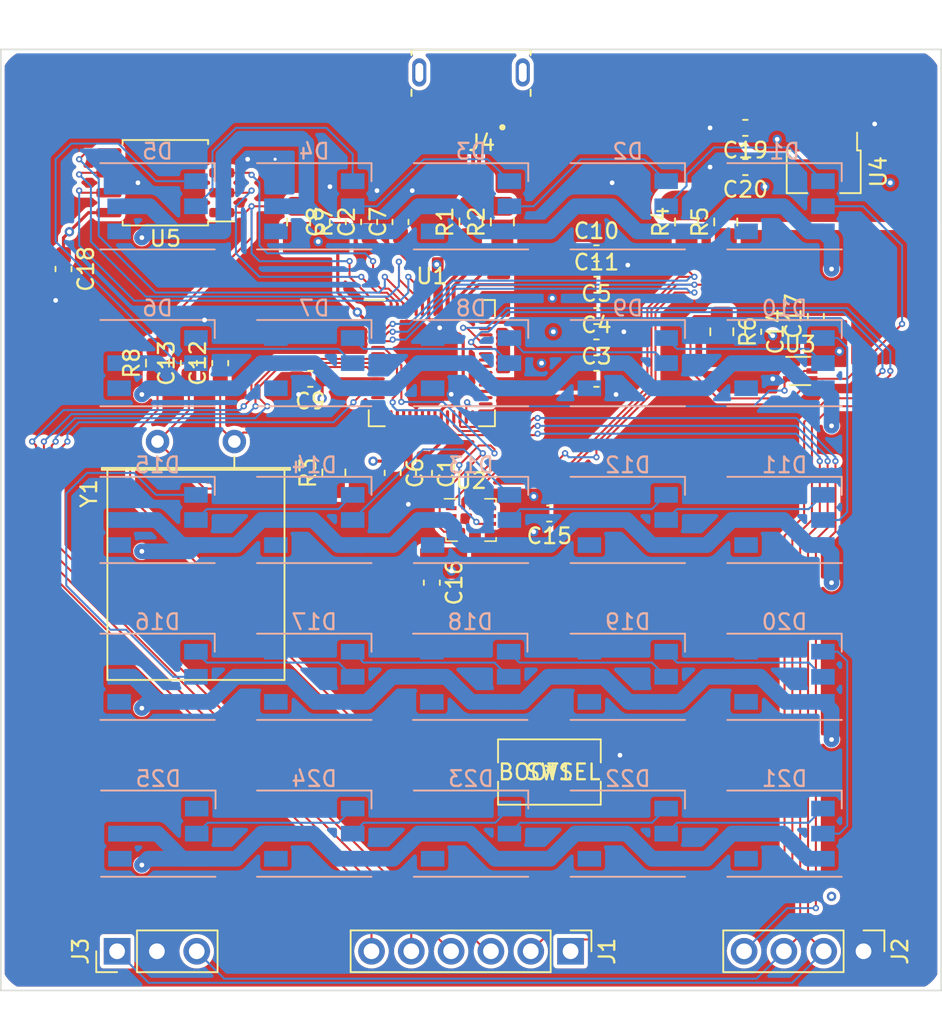
<source format=kicad_pcb>
(kicad_pcb (version 20211014) (generator pcbnew)
  (layers (0 "F.Cu" signal) (1 "In1.Cu" signal) (2 "In2.Cu" signal) (31 "B.Cu" signal) (34 "B.Paste" user) (35 "F.Paste" user) (36 "B.SilkS" user "B.Silkscreen") (37 "F.SilkS" user "F.Silkscreen") (38 "B.Mask" user) (39 "F.Mask" user) (44 "Edge.Cuts" user))
  (net 0 "")
  (net 1 "+1V1")
  (net 2 "GND")
  (net 3 "+3V3")
  (net 4 "/XIN")
  (net 5 "Net-(C13-Pad1)")
  (net 6 "+5V")
  (net 7 "Net-(D1-Pad1)")
  (net 8 "/RGB_DIN")
  (net 10 "Net-(D2-Pad1)")
  (net 12 "Net-(D3-Pad1)")
  (net 14 "Net-(D4-Pad1)")
  (net 16 "Net-(D5-Pad1)")
  (net 18 "Net-(D6-Pad1)")
  (net 20 "Net-(D7-Pad1)")
  (net 22 "Net-(D8-Pad1)")
  (net 24 "Net-(D10-Pad2)")
  (net 26 "Net-(D10-Pad1)")
  (net 28 "Net-(D11-Pad1)")
  (net 30 "Net-(D12-Pad1)")
  (net 32 "Net-(D13-Pad1)")
  (net 34 "Net-(D14-Pad1)")
  (net 36 "Net-(D15-Pad1)")
  (net 38 "Net-(D16-Pad1)")
  (net 40 "Net-(D17-Pad1)")
  (net 42 "Net-(D18-Pad1)")
  (net 44 "Net-(D19-Pad1)")
  (net 46 "Net-(D20-Pad1)")
  (net 48 "Net-(D21-Pad1)")
  (net 50 "Net-(D22-Pad1)")
  (net 52 "Net-(D23-Pad1)")
  (net 54 "Net-(D24-Pad1)")
  (net 58 "/ADC1")
  (net 59 "/ADC0")
  (net 60 "/GPIO8")
  (net 61 "/GPIO7")
  (net 62 "/GPIO6")
  (net 63 "/GPIO5")
  (net 64 "/SWD")
  (net 65 "/SWCLK")
  (net 66 "/RUN")
  (net 67 "/USB_DN")
  (net 68 "/USB_DP")
  (net 70 "/RPP")
  (net 71 "/RPN")
  (net 72 "/XOUT")
  (net 73 "/SDA")
  (net 74 "/SCL")
  (net 75 "Net-(R6-Pad1)")
  (net 76 "/QSPI_SS")
  (net 77 "/USB_BOOT")
  (net 78 "/SA0")
  (net 79 "/IMU INT2")
  (net 80 "/IMU INT1")
  (net 88 "/NEOPIX")
  (net 100 "/QSPI_SD3")
  (net 101 "/QSPI_SCLK")
  (net 102 "/QSPI_SD0")
  (net 103 "/QSPI_SD2")
  (net 104 "/QSPI_SD1")
  (footprint "Capacitor_SMD:C_0603_1608Metric_Pad1.08x0.95mm_HandSolder" (layer "F.Cu") (at 123 71)
    (fp_text reference "C3")
    (fp_text value "100n")
  )
  (footprint "Connector_PinHeader_2.54mm:PinHeader_1x03_P2.54mm_Vertical" (layer "F.Cu") (at 92.42 107.5 90)
    (fp_text reference "J3")
    (fp_text value "SWD")
  )
  (footprint "Raspberry Pi:QFN-56_EP_7.75x7.75_Pitch0.4mm" (layer "F.Cu") (at 112.5 70)
    (fp_text reference "U1")
    (fp_text value "RP2040")
  )
  (footprint "Package_TO_SOT_SMD:SOT-563" (layer "F.Cu") (at 136 70.5)
    (fp_text reference "U3")
    (fp_text value "SN74LVC1T45DRL")
  )
  (footprint "Capacitor_SMD:C_0603_1608Metric_Pad1.08x0.95mm_HandSolder" (layer "F.Cu") (at 97 70 90)
    (fp_text reference "C13")
    (fp_text value "27p")
  )
  (footprint "Capacitor_SMD:C_0603_1608Metric_Pad1.08x0.95mm_HandSolder" (layer "F.Cu") (at 99 70 90)
    (fp_text reference "C12")
    (fp_text value "27p")
  )
  (footprint "Buttons:PTS636 SM25F SMTR LFS" (layer "F.Cu") (at 120 96.0729 180)
    (fp_text reference "SW1")
    (fp_text value "BOOTSEL")
  )
  (footprint "Resistor_SMD:R_0805_2012Metric_Pad1.20x1.40mm_HandSolder" (layer "F.Cu") (at 131.25 61 90)
    (fp_text reference "R5")
    (fp_text value "10k")
  )
  (footprint "Resistor_SMD:R_0805_2012Metric_Pad1.20x1.40mm_HandSolder" (layer "F.Cu") (at 106.25 77 90)
    (fp_text reference "R3")
    (fp_text value "1k")
  )
  (footprint "Capacitor_SMD:C_0603_1608Metric_Pad1.08x0.95mm_HandSolder" (layer "F.Cu") (at 132.5 55 180)
    (fp_text reference "C19")
    (fp_text value "10u")
  )
  (footprint "Capacitor_SMD:C_0603_1608Metric_Pad1.08x0.95mm_HandSolder" (layer "F.Cu") (at 110.5 61 90)
    (fp_text reference "C7")
    (fp_text value "100n")
  )
  (footprint "Connectors:Amphenol_MicroB_10118193" (layer "F.Cu") (at 115 51.463955 180)
    (fp_text reference "J4")
    (fp_text value "USB_B_Micro")
  )
  (footprint "Resistor_SMD:R_0805_2012Metric_Pad1.20x1.40mm_HandSolder" (layer "F.Cu") (at 104 61 -90)
    (fp_text reference "R7")
    (fp_text value "10k")
  )
  (footprint "Package_SO:SOIC-8_5.23x5.23mm_P1.27mm" (layer "F.Cu") (at 95.5 58.5 180)
    (fp_text reference "U5")
    (fp_text value "W25Q128JVS")
  )
  (footprint "Capacitor_SMD:C_0603_1608Metric_Pad1.08x0.95mm_HandSolder" (layer "F.Cu") (at 123 67)
    (fp_text reference "C5")
    (fp_text value "100n")
  )
  (footprint "Package_TO_SOT_SMD:SOT-89-3_Handsoldering" (layer "F.Cu") (at 137.5 57.5 -90)
    (fp_text reference "U4")
    (fp_text value "AZ1117-3.3")
  )
  (footprint "Resistor_SMD:R_0805_2012Metric_Pad1.20x1.40mm_HandSolder" (layer "F.Cu") (at 131 68 -90)
    (fp_text reference "R6")
    (fp_text value "10k")
  )
  (footprint "Resistor_SMD:R_0805_2012Metric_Pad1.20x1.40mm_HandSolder" (layer "F.Cu") (at 115 61 90)
    (fp_text reference "R1")
    (fp_text value "27.4")
  )
  (footprint "Crystal:Crystal_HC49-U_Horizontal" (layer "F.Cu") (at 95 75)
    (fp_text reference "Y1")
    (fp_text value "Crystal")
  )
  (footprint "Capacitor_SMD:C_0603_1608Metric_Pad1.08x0.95mm_HandSolder" (layer "F.Cu") (at 104.75 71 180)
    (fp_text reference "C9")
    (fp_text value "100n")
  )
  (footprint "Connector_PinHeader_2.54mm:PinHeader_1x04_P2.54mm_Vertical" (layer "F.Cu") (at 140.04 107.5 -90)
    (fp_text reference "J2")
    (fp_text value "Conn_01x04")
  )
  (footprint "Capacitor_SMD:C_0603_1608Metric_Pad1.08x0.95mm_HandSolder" (layer "F.Cu") (at 112.5 84 -90)
    (fp_text reference "C16")
    (fp_text value "100nF")
  )
  (footprint "Capacitor_SMD:C_0603_1608Metric_Pad1.08x0.95mm_HandSolder" (layer "F.Cu") (at 119.995988 79.590948 180)
    (fp_text reference "C15")
    (fp_text value "100nF")
  )
  (footprint "Capacitor_SMD:C_0603_1608Metric_Pad1.08x0.95mm_HandSolder" (layer "F.Cu") (at 106.5 61 90)
    (fp_text reference "C8")
    (fp_text value "100n")
  )
  (footprint "Capacitor_SMD:C_0603_1608Metric_Pad1.08x0.95mm_HandSolder" (layer "F.Cu") (at 133 68 -90)
    (fp_text reference "C14")
    (fp_text value "0.1u")
  )
  (footprint "Capacitor_SMD:C_0603_1608Metric_Pad1.08x0.95mm_HandSolder" (layer "F.Cu") (at 110 77 -90)
    (fp_text reference "C6")
    (fp_text value "100n")
  )
  (footprint "Resistor_SMD:R_0805_2012Metric_Pad1.20x1.40mm_HandSolder" (layer "F.Cu") (at 128.75 61 90)
    (fp_text reference "R4")
    (fp_text value "10k")
  )
  (footprint "Capacitor_SMD:C_0603_1608Metric_Pad1.08x0.95mm_HandSolder" (layer "F.Cu") (at 89 64 -90)
    (fp_text reference "C18")
    (fp_text value "10u")
  )
  (footprint "Capacitor_SMD:C_0603_1608Metric_Pad1.08x0.95mm_HandSolder" (layer "F.Cu") (at 123 63)
    (fp_text reference "C10")
    (fp_text value "1u")
  )
  (footprint "Capacitor_SMD:C_0603_1608Metric_Pad1.08x0.95mm_HandSolder" (layer "F.Cu") (at 108.5 61 90)
    (fp_text reference "C2")
    (fp_text value "100n")
  )
  (footprint "Capacitor_SMD:C_0603_1608Metric_Pad1.08x0.95mm_HandSolder" (layer "F.Cu") (at 112 77 -90)
    (fp_text reference "C1")
    (fp_text value "100n")
  )
  (footprint "Resistor_SMD:R_0805_2012Metric_Pad1.20x1.40mm_HandSolder" (layer "F.Cu") (at 95 70 90)
    (fp_text reference "R8")
    (fp_text value "1k")
  )
  (footprint "Capacitor_SMD:C_0603_1608Metric_Pad1.08x0.95mm_HandSolder" (layer "F.Cu") (at 132.5 57.5 180)
    (fp_text reference "C20")
    (fp_text value "10u")
  )
  (footprint "Capacitor_SMD:C_0603_1608Metric_Pad1.08x0.95mm_HandSolder" (layer "F.Cu") (at 123 69)
    (fp_text reference "C4")
    (fp_text value "100n")
  )
  (footprint "Capacitor_SMD:C_0603_1608Metric_Pad1.08x0.95mm_HandSolder" (layer "F.Cu") (at 123 65)
    (fp_text reference "C11")
    (fp_text value "1u")
  )
  (footprint "Package_LGA:Bosch_LGA-14_3x2.5mm_P0.5mm" (layer "F.Cu") (at 115 80)
    (fp_text reference "U2")
    (fp_text value "BMI270")
  )
  (footprint "Capacitor_SMD:C_0603_1608Metric_Pad1.08x0.95mm_HandSolder" (layer "F.Cu") (at 137 67 90)
    (fp_text reference "C17")
    (fp_text value "0.1u")
  )
  (footprint "Resistor_SMD:R_0805_2012Metric_Pad1.20x1.40mm_HandSolder" (layer "F.Cu") (at 117 61 90)
    (fp_text reference "R2")
    (fp_text value "27.4")
  )
  (footprint "Connector_PinHeader_2.54mm:PinHeader_1x06_P2.54mm_Vertical" (layer "F.Cu") (at 121.35 107.5 -90)
    (fp_text reference "J1")
    (fp_text value "Conn_01x06")
  )
  (footprint "LED_SMD:LED_WS2812_PLCC6_5.0x5.0mm_P1.6mm" (layer "B.Cu") (at 95 70 180)
    (fp_text reference "D6")
    (fp_text value "WS2812")
  )
  (footprint "LED_SMD:LED_WS2812_PLCC6_5.0x5.0mm_P1.6mm" (layer "B.Cu") (at 115 60 180)
    (fp_text reference "D3")
    (fp_text value "WS2812")
  )
  (footprint "LED_SMD:LED_WS2812_PLCC6_5.0x5.0mm_P1.6mm" (layer "B.Cu") (at 105 80 180)
    (fp_text reference "D14")
    (fp_text value "WS2812")
  )
  (footprint "LED_SMD:LED_WS2812_PLCC6_5.0x5.0mm_P1.6mm" (layer "B.Cu") (at 95.05 100 180)
    (fp_text reference "D25")
    (fp_text value "WS2812")
  )
  (footprint "LED_SMD:LED_WS2812_PLCC6_5.0x5.0mm_P1.6mm" (layer "B.Cu") (at 105 100 180)
    (fp_text reference "D24")
    (fp_text value "WS2812")
  )
  (footprint "LED_SMD:LED_WS2812_PLCC6_5.0x5.0mm_P1.6mm" (layer "B.Cu") (at 115 80 180)
    (fp_text reference "D13")
    (fp_text value "WS2812")
  )
  (footprint "LED_SMD:LED_WS2812_PLCC6_5.0x5.0mm_P1.6mm" (layer "B.Cu") (at 105 90 180)
    (fp_text reference "D17")
    (fp_text value "WS2812")
  )
  (footprint "LED_SMD:LED_WS2812_PLCC6_5.0x5.0mm_P1.6mm" (layer "B.Cu") (at 135 70 180)
    (fp_text reference "D10")
    (fp_text value "WS2812")
  )
  (footprint "LED_SMD:LED_WS2812_PLCC6_5.0x5.0mm_P1.6mm" (layer "B.Cu") (at 125 60 180)
    (fp_text reference "D2")
    (fp_text value "WS2812")
  )
  (footprint "LED_SMD:LED_WS2812_PLCC6_5.0x5.0mm_P1.6mm" (layer "B.Cu") (at 115 70 180)
    (fp_text reference "D8")
    (fp_text value "WS2812")
  )
  (footprint "LED_SMD:LED_WS2812_PLCC6_5.0x5.0mm_P1.6mm" (layer "B.Cu") (at 125 90 180)
    (fp_text reference "D19")
    (fp_text value "WS2812")
  )
  (footprint "LED_SMD:LED_WS2812_PLCC6_5.0x5.0mm_P1.6mm" (layer "B.Cu") (at 125 70 180)
    (fp_text reference "D9")
    (fp_text value "WS2812")
  )
  (footprint "LED_SMD:LED_WS2812_PLCC6_5.0x5.0mm_P1.6mm" (layer "B.Cu") (at 125 100 180)
    (fp_text reference "D22")
    (fp_text value "WS2812")
  )
  (footprint "LED_SMD:LED_WS2812_PLCC6_5.0x5.0mm_P1.6mm" (layer "B.Cu") (at 135 100 180)
    (fp_text reference "D21")
    (fp_text value "WS2812")
  )
  (footprint "LED_SMD:LED_WS2812_PLCC6_5.0x5.0mm_P1.6mm" (layer "B.Cu") (at 95 90 180)
    (fp_text reference "D16")
    (fp_text value "WS2812")
  )
  (footprint "LED_SMD:LED_WS2812_PLCC6_5.0x5.0mm_P1.6mm" (layer "B.Cu") (at 95 60 180)
    (fp_text reference "D5")
    (fp_text value "WS2812")
  )
  (footprint "LED_SMD:LED_WS2812_PLCC6_5.0x5.0mm_P1.6mm" (layer "B.Cu") (at 115 100 180)
    (fp_text reference "D23")
    (fp_text value "WS2812")
  )
  (footprint "LED_SMD:LED_WS2812_PLCC6_5.0x5.0mm_P1.6mm" (layer "B.Cu") (at 135 90 180)
    (fp_text reference "D20")
    (fp_text value "WS2812")
  )
  (footprint "LED_SMD:LED_WS2812_PLCC6_5.0x5.0mm_P1.6mm" (layer "B.Cu") (at 135 80 180)
    (fp_text reference "D11")
    (fp_text value "WS2812")
  )
  (footprint "LED_SMD:LED_WS2812_PLCC6_5.0x5.0mm_P1.6mm" (layer "B.Cu") (at 135 60 180)
    (fp_text reference "D1")
    (fp_text value "WS2812")
  )
  (footprint "LED_SMD:LED_WS2812_PLCC6_5.0x5.0mm_P1.6mm" (layer "B.Cu") (at 95 80 180)
    (fp_text reference "D15")
    (fp_text value "WS2812")
  )
  (footprint "LED_SMD:LED_WS2812_PLCC6_5.0x5.0mm_P1.6mm" (layer "B.Cu") (at 114.95 90 180)
    (fp_text reference "D18")
    (fp_text value "WS2812")
  )
  (footprint "LED_SMD:LED_WS2812_PLCC6_5.0x5.0mm_P1.6mm" (layer "B.Cu") (at 105 70 180)
    (fp_text reference "D7")
    (fp_text value "WS2812")
  )
  (footprint "LED_SMD:LED_WS2812_PLCC6_5.0x5.0mm_P1.6mm" (layer "B.Cu") (at 105 60 180)
    (fp_text reference "D4")
    (fp_text value "WS2812")
  )
  (footprint "LED_SMD:LED_WS2812_PLCC6_5.0x5.0mm_P1.6mm" (layer "B.Cu") (at 125 80 180)
    (fp_text reference "D12")
    (fp_text value "WS2812")
  )
  (gr_rect (start 85 50) (end 145 110) (layer "Edge.Cuts") (width 0.1) (fill none))
  (segment (start 113.1 73.4375) (end 113.1 75.0375) (width 0.2) (layer "F.Cu") (net 1))
  (segment (start 114.3 65.7) (end 117 63) (width 0.2) (layer "F.Cu") (net 1))
  (segment (start 113.355225 72.75048) (end 113.1 73.005705) (width 0.2) (layer "F.Cu") (net 1))
  (segment (start 114.25 68.150489) (end 114.5 68.400489) (width 0.2) (layer "F.Cu") (net 1))
  (segment (start 109.6375 63) (end 108.5 61.8625) (width 0.2) (layer "F.Cu") (net 1))
  (segment (start 112.3 67.2) (end 112.34952 67.24952) (width 0.2) (layer "F.Cu") (net 1))
  (segment (start 114.250481 67.24952) (end 114.3 67.2) (width 0.2) (layer "F.Cu") (net 1))
  (segment (start 114.151449 68.150489) (end 114.25 68.150489) (width 0.2) (layer "F.Cu") (net 1))
  (segment (start 114.3 66.5625) (end 114.3 65.7) (width 0.2) (layer "F.Cu") (net 1))
  (segment (start 112.3 64.8) (end 110.5 63) (width 0.2) (layer "F.Cu") (net 1))
  (segment (start 114.5 72) (end 113.74952 72.75048) (width 0.2) (layer "F.Cu") (net 1))
  (segment (start 117 63) (end 122.1375 63) (width 0.2) (layer "F.Cu") (net 1))
  (segment (start 112.3 66.5625) (end 112.3 64.8) (width 0.2) (layer "F.Cu") (net 1))
  (segment (start 113.50048 67.24952) (end 114.250481 67.24952) (width 0.2) (layer "F.Cu") (net 1))
  (segment (start 113.1 73.005705) (end 113.1 73.4375) (width 0.2) (layer "F.Cu") (net 1))
  (segment (start 112.3 66.5625) (end 112.3 67.2) (width 0.2) (layer "F.Cu") (net 1))
  (segment (start 113.74952 72.75048) (end 113.355225 72.75048) (width 0.2) (layer "F.Cu") (net 1))
  (segment (start 114.3 67.2) (end 114.3 66.5625) (width 0.2) (layer "F.Cu") (net 1))
  (segment (start 113.50048 67.24952) (end 113.50048 67.49952) (width 0.2) (layer "F.Cu") (net 1))
  (segment (start 112.34952 67.24952) (end 113.50048 67.24952) (width 0.2) (layer "F.Cu") (net 1))
  (segment (start 110.5 63) (end 109.6375 63) (width 0.2) (layer "F.Cu") (net 1))
  (segment (start 113.1 75.0375) (end 112 76.1375) (width 0.2) (layer "F.Cu") (net 1))
  (segment (start 113.50048 67.49952) (end 114.151449 68.150489) (width 0.2) (layer "F.Cu") (net 1))
  (segment (start 114.5 68.400489) (end 114.5 72) (width 0.2) (layer "F.Cu") (net 1))
  (segment (start 134.75 70.5) (end 135.25 70.5) (width 0.13) (layer "F.Cu") (net 2))
  (segment (start 111.5 73.4375) (end 111.5 72.5) (width 0.2) (layer "F.Cu") (net 2))
  (segment (start 134.25 71) (end 134.75 70.5) (width 0.13) (layer "F.Cu") (net 2))
  (via (at 140.75 54.75) (size 0.6) (drill 0.3) (layers "F.Cu" "B.Cu") (net 2))
  (via (at 109 59) (size 0.6) (drill 0.3) (layers "F.Cu" "B.Cu") (net 2))
  (via (at 98 67.25) (size 0.6) (drill 0.3) (layers "F.Cu" "B.Cu") (net 2))
  (via (at 134.25 71) (size 0.6) (drill 0.3) (layers "F.Cu" "B.Cu") (net 2))
  (via (at 102.5 57) (size 0.4) (drill 0.2) (layers "F.Cu" "B.Cu") (net 2))
  (via (at 124.75 68) (size 0.6) (drill 0.3) (layers "F.Cu" "B.Cu") (net 2))
  (via (at 124.25 72) (size 0.6) (drill 0.3) (layers "F.Cu" "B.Cu") (net 2))
  (via (at 124.5 95) (size 0.6) (drill 0.3) (layers "F.Cu" "B.Cu") (net 2))
  (via (at 113.736444 71.986444) (size 0.6) (drill 0.3) (layers "F.Cu" "B.Cu") (net 2))
  (via (at 93.75 58.5) (size 0.6) (drill 0.3) (layers "F.Cu" "B.Cu") (net 2))
  (via (at 88.5 66) (size 0.6) (drill 0.3) (layers "F.Cu" "B.Cu") (net 2))
  (via (at 125 63.75) (size 0.6) (drill 0.3) (layers "F.Cu" "B.Cu") (net 2))
  (via (at 130.25 57.5) (size 0.6) (drill 0.3) (layers "F.Cu" "B.Cu") (net 2))
  (via (at 104 72) (size 0.6) (drill 0.3) (layers "F.Cu" "B.Cu") (net 2))
  (via (at 111 79) (size 0.6) (drill 0.3) (layers "F.Cu" "B.Cu") (net 2))
  (via (at 100.75 57) (size 0.6) (drill 0.3) (layers "F.Cu" "B.Cu") (net 2))
  (via (at 130.25 55) (size 0.6) (drill 0.3) (layers "F.Cu" "B.Cu") (net 2))
  (via (at 106 58.75) (size 0.6) (drill 0.3) (layers "F.Cu" "B.Cu") (net 2))
  (via (at 113 67.75) (size 0.6) (drill 0.3) (layers "F.Cu" "B.Cu") (net 2))
  (via (at 111.25 59) (size 0.6) (drill 0.3) (layers "F.Cu" "B.Cu") (net 2))
  (via (at 124 58.5) (size 0.6) (drill 0.3) (layers "F.Cu" "B.Cu") (net 2))
  (segment (start 105.5 72.25) (end 105.5 71.1125) (width 0.2) (layer "F.Cu") (net 3))
  (segment (start 112.5 64.5) (end 110.5 62.5) (width 0.2) (layer "F.Cu") (net 3))
  (segment (start 114.7 66.5625) (end 114.7 65.8) (width 0.2) (layer "F.Cu") (net 3))
  (segment (start 115.1 66.15) (end 115.75 65.5) (width 0.2) (layer "F.Cu") (net 3))
  (segment (start 108.4 67.4) (end 107.75 66.75) (width 0.2) (layer "F.Cu") (net 3))
  (segment (start 110.5 62.5) (end 110.5 61.8625) (width 0.2) (layer "F.Cu") (net 3))
  (segment (start 117.75 65.5) (end 119.25 67) (width 0.2) (layer "F.Cu") (net 3))
  (segment (start 108.75 76.25) (end 109.8875 76.25) (width 0.2) (layer "F.Cu") (net 3))
  (segment (start 109.8875 76.25) (end 110 76.1375) (width 0.2) (layer "F.Cu") (net 3))
  (segment (start 90.595 60.405) (end 91.9 60.405) (width 0.2) (layer "F.Cu") (net 3))
  (segment (start 112.7 73.4375) (end 112.7 74.8) (width 0.2) (layer "F.Cu") (net 3))
  (segment (start 115.9375 71) (end 122.1375 71) (width 0.2) (layer "F.Cu") (net 3))
  (segment (start 114.7 65.8) (end 115.5 65) (width 0.2) (layer "F.Cu") (net 3))
  (segment (start 111.1375 75) (end 110 76.1375) (width 0.2) (layer "F.Cu") (net 3))
  (segment (start 113.1 65.1) (end 112.5 64.5) (width 0.2) (layer "F.Cu") (net 3))
  (segment (start 115.9375 67.4) (end 117.4 67.4) (width 0.2) (layer "F.Cu") (net 3))
  (segment (start 119 69) (end 122.1375 69) (width 0.2) (layer "F.Cu") (net 3))
  (segment (start 115.1 66.5625) (end 115.1 66.15) (width 0.2) (layer "F.Cu") (net 3))
  (segment (start 89 62) (end 89.375 61.625) (width 0.2) (layer "F.Cu") (net 3))
  (segment (start 109.0625 67.4) (end 108.4 67.4) (width 0.2) (layer "F.Cu") (net 3))
  (segment (start 89 63.1375) (end 89 62) (width 0.2) (layer "F.Cu") (net 3))
  (segment (start 119.25 67) (end 122.1375 67) (width 0.2) (layer "F.Cu") (net 3))
  (segment (start 113.1 66.5625) (end 113.1 65.1) (width 0.2) (layer "F.Cu") (net 3))
  (segment (start 112.7 64.7) (end 112.5 64.5) (width 0.2) (layer "F.Cu") (net 3))
  (segment (start 112.7 66.5625) (end 112.7 64.7) (width 0.2) (layer "F.Cu") (net 3))
  (segment (start 115.75 65.5) (end 117.75 65.5) (width 0.2) (layer "F.Cu") (net 3))
  (segment (start 105.5 71.1125) (end 105.6125 71) (width 0.2) (layer "F.Cu") (net 3))
  (segment (start 89.375 61.625) (end 90.595 60.405) (width 0.2) (layer "F.Cu") (net 3))
  (segment (start 117.4 67.4) (end 119 69) (width 0.2) (layer "F.Cu") (net 3))
  (segment (start 112.7 74.8) (end 112.5 75) (width 0.2) (layer "F.Cu") (net 3))
  (segment (start 105.6125 71) (end 109.0625 71) (width 0.2) (layer "F.Cu") (net 3))
  (segment (start 106.5 65.5) (end 106.5 61.8625) (width 0.2) (layer "F.Cu") (net 3))
  (segment (start 115.5 65) (end 122.1375 65) (width 0.2) (layer "F.Cu") (net 3))
  (segment (start 107.75 66.75) (end 106.5 65.5) (width 0.2) (layer "F.Cu") (net 3))
  (segment (start 112.5 75) (end 111.1375 75) (width 0.2) (layer "F.Cu") (net 3))
  (via (at 119 80.75) (size 0.6) (drill 0.3) (layers "F.Cu" "B.Cu") (net 3))
  (via (at 108.75 76.25) (size 0.6) (drill 0.3) (layers "F.Cu" "B.Cu") (net 3))
  (via (at 120.25 68) (size 0.6) (drill 0.3) (layers "F.Cu" "B.Cu") (net 3))
  (via (at 105.25 62.25) (size 0.6) (drill 0.3) (layers "F.Cu" "B.Cu") (net 3))
  (via (at 120.183526 65.863256) (size 0.6) (drill 0.3) (layers "F.Cu" "B.Cu") (net 3))
  (via (at 113.75 83.25) (size 0.6) (drill 0.3) (layers "F.Cu" "B.Cu") (net 3))
  (via (at 119 78.5) (size 0.6) (drill 0.3) (layers "F.Cu" "B.Cu") (net 3))
  (via (at 141.75 58.5) (size 0.6) (drill 0.3) (layers "F.Cu" "B.Cu") (net 3))
  (via (at 89.375 61.625) (size 0.6) (drill 0.3) (layers "F.Cu" "B.Cu") (net 3))
  (via (at 133.75 58.75) (size 0.6) (drill 0.3) (layers "F.Cu" "B.Cu") (net 3))
  (via (at 134.25 68.25) (size 0.6) (drill 0.3) (layers "F.Cu" "B.Cu") (net 3))
  (via (at 119.5 70) (size 0.6) (drill 0.3) (layers "F.Cu" "B.Cu") (net 3))
  (via (at 112.813878 63.711783) (size 0.6) (drill 0.3) (layers "F.Cu" "B.Cu") (net 3))
  (via (at 105.5 72.25) (size 0.6) (drill 0.3) (layers "F.Cu" "B.Cu") (net 3))
  (via (at 107.75 66.75) (size 0.6) (drill 0.3) (layers "F.Cu" "B.Cu") (net 3))
  (segment (start 99 70.8625) (end 99 74.1) (width 0.13) (layer "F.Cu") (net 4))
  (segment (start 111.9 74.27596) (end 111.75 74.42596) (width 0.13) (layer "F.Cu") (net 4))
  (segment (start 111.9 73.4375) (end 111.9 74.27596) (width 0.13) (layer "F.Cu") (net 4))
  (segment (start 99 74.1) (end 99.9 75) (width 0.13) (layer "F.Cu") (net 4))
  (segment (start 100.47404 74.42596) (end 99.9 75) (width 0.13) (layer "F.Cu") (net 4))
  (segment (start 111.75 74.42596) (end 100.47404 74.42596) (width 0.13) (layer "F.Cu") (net 4))
  (segment (start 98 78) (end 95 75) (width 0.13) (layer "F.Cu") (net 5))
  (segment (start 97 73) (end 95 75) (width 0.13) (layer "F.Cu") (net 5))
  (segment (start 97 70.8625) (end 97 73) (width 0.13) (layer "F.Cu") (net 5))
  (segment (start 98 78) (end 106.25 78) (width 0.13) (layer "F.Cu") (net 5))
  (segment (start 133.3625 55) (end 133.3625 54.961349) (width 1) (layer "F.Cu") (net 6))
  (segment (start 116.479511 55.479511) (end 116.479511 54.138955) (width 1) (layer "F.Cu") (net 6))
  (segment (start 119.629511 51.370489) (end 119.629511 55.243466) (width 1) (layer "F.Cu") (net 6))
  (segment (start 120 51) (end 119.629511 51.370489) (width 1) (layer "F.Cu") (net 6))
  (segment (start 119.629511 55.243466) (end 119.393466 55.479511) (width 1) (layer "F.Cu") (net 6))
  (segment (start 129.401151 51) (end 120 51) (width 1) (layer "F.Cu") (net 6))
  (segment (start 119.393466 55.479511) (end 116.479511 55.479511) (width 1) (layer "F.Cu") (net 6))
  (segment (start 133.3625 54.961349) (end 129.401151 51) (width 1) (layer "F.Cu") (net 6))
  (via (at 94 72) (size 0.6) (drill 0.3) (layers "F.Cu" "B.Cu") (net 6))
  (via (at 138 104) (size 0.6) (drill 0.3) (layers "F.Cu" "B.Cu") (net 6))
  (via (at 94 92) (size 0.6) (drill 0.3) (layers "F.Cu" "B.Cu") (net 6))
  (via (at 138 94) (size 0.6) (drill 0.3) (layers "F.Cu" "B.Cu") (net 6))
  (via (at 94 62) (size 0.6) (drill 0.3) (layers "F.Cu" "B.Cu") (net 6))
  (via (at 138 64) (size 0.6) (drill 0.3) (layers "F.Cu" "B.Cu") (net 6))
  (via (at 138 84) (size 0.6) (drill 0.3) (layers "F.Cu" "B.Cu") (net 6))
  (via (at 94 82) (size 0.6) (drill 0.3) (layers "F.Cu" "B.Cu") (net 6))
  (via (at 138.5 69.25) (size 0.6) (drill 0.3) (layers "F.Cu" "B.Cu") (net 6))
  (via (at 138 74) (size 0.6) (drill 0.3) (layers "F.Cu" "B.Cu") (net 6))
  (via (at 134.530498 55.729588) (size 0.6) (drill 0.3) (layers "F.Cu" "B.Cu") (net 6))
  (via (at 94 102) (size 0.6) (drill 0.3) (layers "F.Cu" "B.Cu") (net 6))
  (segment (start 97.45 71.6) (end 100.040978 71.6) (width 1) (layer "B.Cu") (net 6))
  (segment (start 131.640978 80) (end 132.55 80) (width 1) (layer "B.Cu") (net 6))
  (segment (start 132.55 90) (end 129.959022 90) (width 1) (layer "B.Cu") (net 6))
  (segment (start 126.540978 71.6) (end 127.45 71.6) (width 1) (layer "B.Cu") (net 6))
  (segment (start 99.959022 90) (end 98.359022 91.6) (width 1) (layer "B.Cu") (net 6))
  (segment (start 103.459022 90) (end 102.55 90) (width 1) (layer "B.Cu") (net 6))
  (segment (start 130.040978 101.6) (end 131.640978 100) (width 1) (layer "B.Cu") (net 6))
  (segment (start 97.45 61.6) (end 99.2 61.6) (width 1) (layer "B.Cu") (net 6))
  (segment (start 108.359022 91.6) (end 107.45 91.6) (width 1) (layer "B.Cu") (net 6))
  (segment (start 97.05 82) (end 97.45 81.6) (width 1) (layer "B.Cu") (net 6))
  (segment (start 129.959022 90) (end 128.359022 91.6) (width 1) (layer "B.Cu") (net 6))
  (segment (start 104.940978 80) (end 106.540978 81.6) (width 1) (layer "B.Cu") (net 6))
  (segment (start 106.540978 101.6) (end 107.45 101.6) (width 1) (layer "B.Cu") (net 6))
  (segment (start 124.940978 100) (end 126.540978 101.6) (width 1) (layer "B.Cu") (net 6))
  (segment (start 92.55 70) (end 95 70) (width 1) (layer "B.Cu") (net 6))
  (segment (start 120.040978 71.6) (end 121.640978 70) (width 1) (layer "B.Cu") (net 6))
  (segment (start 128.359022 91.6) (end 127.45 91.6) (width 1) (layer "B.Cu") (net 6))
  (segment (start 94.4 91.6) (end 95.059022 91.6) (width 1) (layer "B.Cu") (net 6))
  (segment (start 96.1 61.6) (end 97.45 61.6) (width 1) (layer "B.Cu") (net 6))
  (segment (start 97.45 91.6) (end 95.059022 91.6) (width 1) (layer "B.Cu") (net 6))
  (segment (start 137.4 81.6) (end 137.45 81.6) (width 1) (layer "B.Cu") (net 6))
  (segment (start 92.55 80) (end 94.940978 80) (width 1) (layer "B.Cu") (net 6))
  (segment (start 107.45 71.6) (end 110.040978 71.6) (width 1) (layer "B.Cu") (net 6))
  (segment (start 132.55 60) (end 134.940978 60) (width 1) (layer "B.Cu") (net 6))
  (segment (start 127.45 81.6) (end 130.040978 81.6) (width 1) (layer "B.Cu") (net 6))
  (segment (start 120.040978 101.6) (end 121.640978 100) (width 1) (layer "B.Cu") (net 6))
  (segment (start 100.28768 55.69452) (end 104.19452 55.69452) (width 1) (layer "B.Cu") (net 6))
  (segment (start 94.990978 100) (end 96.590978 101.6) (width 1) (layer "B.Cu") (net 6))
  (segment (start 97.45 81.6) (end 100.040978 81.6) (width 1) (layer "B.Cu") (net 6))
  (segment (start 122.55 100) (end 124.940978 100) (width 1) (layer "B.Cu") (net 6))
  (segment (start 124.940978 80) (end 126.540978 81.6) (width 1) (layer "B.Cu") (net 6))
  (segment (start 137.45 91.6) (end 135.059022 91.6) (width 1) (layer "B.Cu") (net 6))
  (segment (start 107.45 61.6) (end 106.1 61.6) (width 1) (layer "B.Cu") (net 6))
  (segment (start 136.540978 81.6) (end 137.4 81.6) (width 1) (layer "B.Cu") (net 6))
  (segment (start 110.040978 101.6) (end 111.640978 100) (width 1) (layer "B.Cu") (net 6))
  (segment (start 107.45 81.6) (end 110.040978 81.6) (width 1) (layer "B.Cu") (net 6))
  (segment (start 136.540978 101.6) (end 137.45 101.6) (width 1) (layer "B.Cu") (net 6))
  (segment (start 127.45 91.6) (end 125.059022 91.6) (width 1) (layer "B.Cu") (net 6))
  (segment (start 130.040978 71.6) (end 131.640978 70) (width 1) (layer "B.Cu") (net 6))
  (segment (start 112.55 100) (end 114.940978 100) (width 1) (layer "B.Cu") (net 6))
  (segment (start 101.640978 100) (end 102.55 100) (width 1) (layer "B.Cu") (net 6))
  (segment (start 126.540978 101.6) (end 127.45 101.6) (width 1) (layer "B.Cu") (net 6))
  (segment (start 134.940978 60) (end 136.540978 61.6) (width 1) (layer "B.Cu") (net 6))
  (segment (start 131.640978 70) (end 132.55 70) (width 1) (layer "B.Cu") (net 6))
  (segment (start 111.640978 80) (end 112.55 80) (width 1) (layer "B.Cu") (net 6))
  (segment (start 124.940978 70) (end 126.540978 71.6) (width 1) (layer "B.Cu") (net 6))
  (segment (start 130.040978 81.6) (end 131.640978 80) (width 1) (layer "B.Cu") (net 6))
  (segment (start 136.540978 71.6) (end 137.45 71.6) (width 1) (layer "B.Cu") (net 6))
  (segment (start 98.359022 91.6) (end 97.45 91.6) (width 1) (layer "B.Cu") (net 6))
  (segment (start 102.55 70) (end 105 70) (width 1) (layer "B.Cu") (net 6))
  (segment (start 94.4 61.6) (end 96.1 61.6) (width 1) (layer "B.Cu") (net 6))
  (segment (start 127.45 71.6) (end 130.040978 71.6) (width 1) (layer "B.Cu") (net 6))
  (segment (start 102.55 60) (end 102.8 60) (width 0.2) (layer "B.Cu") (net 6))
  (segment (start 130.040978 61.6) (end 131.640978 60) (width 1) (layer "B.Cu") (net 6))
  (segment (start 96.6 71.6) (end 97.45 71.6) (width 1) (layer "B.Cu") (net 6))
  (segment (start 136.540978 61.6) (end 137.45 61.6) (width 1) (layer "B.Cu") (net 6))
  (segment (start 93.459022 90) (end 92.55 90) (width 1) (layer "B.Cu") (net 6))
  (segment (start 101.640978 70) (end 102.55 70) (width 1) (layer "B.Cu") (net 6))
  (segment (start 92.6 100) (end 94.990978 100) (width 1) (layer "B.Cu") (net 6))
  (segment (start 121.640978 80) (end 122.55 80) (width 1) (layer "B.Cu") (net 6))
  (segment (start 113.459022 80) (end 113.929511 80.470489) (width 1) (layer "B.Cu") (net 6))
  (segment (start 115.6 61.6) (end 117.45 61.6) (width 1) (layer "B.Cu") (net 6))
  (segment (start 127.45 101.6) (end 130.040978 101.6) (width 1) (layer "B.Cu") (net 6))
  (segment (start 134.940978 80) (end 136.540978 81.6) (width 1) (layer "B.Cu") (net 6))
  (segment (start 112.55 60) (end 114 60) (width 1) (layer "B.Cu") (net 6))
  (segment (start 107.45 91.6) (end 105.059022 91.6) (width 1) (layer "B.Cu") (net 6))
  (segment (start 110.040978 71.6) (end 111.640978 70) (width 1) (layer "B.Cu") (net 6))
  (segment (start 112.55 70) (end 114.940978 70) (width 1) (layer "B.Cu") (net 6))
  (segment (start 107.45 101.6) (end 110.040978 101.6) (width 1) (layer "B.Cu") (net 6))
  (segment (start 115.009022 91.6) (end 113.409022 90) (width 1) (layer "B.Cu") (net 6))
  (segment (start 106.6 71.6) (end 107.45 71.6) (width 1) (layer "B.Cu") (net 6))
  (segment (start 102.55 90) (end 99.959022 90) (width 1) (layer "B.Cu") (net 6))
  (segment (start 117.45 81.6) (end 120.040978 81.6) (width 1) (layer "B.Cu") (net 6))
  (segment (start 138 92.15) (end 137.45 91.6) (width 1) (layer "B.Cu") (net 6))
  (segment (start 122.55 60) (end 124 60) (width 1) (layer "B.Cu") (net 6))
  (segment (start 138 74) (end 138 72.15) (width 1) (layer "B.Cu") (net 6))
  (segment (start 95 70) (end 96.6 71.6) (width 1) (layer "B.Cu") (net 6))
  (segment (start 96.540978 81.6) (end 97.45 81.6) (width 1) (layer "B.Cu") (net 6))
  (segment (start 133.459022 90) (end 132.55 90) (width 1) (layer "B.Cu") (net 6))
  (segment (start 100.040978 81.6) (end 101.640978 80) (width 1) (layer "B.Cu") (net 6))
  (segment (start 120.040978 61.6) (end 121.640978 60) (width 1) (layer "B.Cu") (net 6))
  (segment (start 96.590978 101.6) (end 97.5 101.6) (width 1) (layer "B.Cu") (net 6))
  (segment (start 99.2 61.6) (end 99.2 56.7822) (width 1) (layer "B.Cu") (net 6))
  (segment (start 117.45 101.6) (end 120.040978 101.6) (width 1) (layer "B.Cu") (net 6))
  (segment (start 102.55 100) (end 104.940978 100) (width 1) (layer "B.Cu") (net 6))
  (segment (start 121.640978 70) (end 122.55 70) (width 1) (layer "B.Cu") (net 6))
  (segment (start 134.940978 100) (end 136.540978 101.6) (width 1) (layer "B.Cu") (net 6))
  (segment (start 138 72.15) (end 137.45 71.6) (width 1) (layer "B.Cu") (net 6))
  (segment (start 110.040978 81.6) (end 111.640978 80) (width 1) (layer "B.Cu") (net 6))
  (segment (start 132.55 70) (end 134.940978 70) (width 1) (layer "B.Cu") (net 6))
  (segment (start 104.5 60) (end 102.55 60) (width 1) (layer "B.Cu") (net 6))
  (segment (start 111.640978 60) (end 112.55 60) (width 1) (layer "B.Cu") (net 6))
  (segment (start 112.5 90) (end 109.959022 90) (width 1) (layer "B.Cu") (net 6))
  (segment (start 122.55 90) (end 119.909022 90) (width 1) (layer "B.Cu") (net 6))
  (segment (start 94.5 60) (end 96.1 61.6) (width 1) (layer "B.Cu") (net 6))
  (segment (start 95.059022 91.6) (end 93.459022 90) (width 1) (layer "B.Cu") (net 6))
  (segment (start 126.540978 81.6) (end 127.45 81.6) (width 1) (layer "B.Cu") (net 6))
  (segment (start 134.940978 70) (end 136.540978 71.6) (width 1) (layer "B.Cu") (net 6))
  (segment (start 121.640978 100) (end 122.55 100) (width 1) (layer "B.Cu") (net 6))
  (segment (start 99.2 56.7822) (end 100.28768 55.69452) (width 1) (layer "B.Cu") (net 6))
  (segment (start 106.1 61.6) (end 104.5 60) (width 1) (layer "B.Cu") (net 6))
  (segment (start 94.4 71.6) (end 96.6 71.6) (width 1) (layer "B.Cu") (net 6))
  (segment (start 106.540978 81.6) (end 107.45 81.6) (width 1) (layer "B.Cu") (net 6))
  (segment (start 114.940978 100) (end 116.540978 101.6) (width 1) (layer "B.Cu") (net 6))
  (segment (start 116.540978 101.6) (end 117.45 101.6) (width 1) (layer "B.Cu") (net 6))
  (segment (start 94 92) (end 94.4 91.6) (width 1) (layer "B.Cu") (net 6))
  (segment (start 100.040978 101.6) (end 101.640978 100) (width 1) (layer "B.Cu") (net 6))
  (segment (start 105 70) (end 106.6 71.6) (width 1) (layer "B.Cu") (net 6))
  (segment (start 131.640978 100) (end 132.55 100) (width 1) (layer "B.Cu") (net 6))
  (segment (start 113.929511 80.929511) (end 114.6 81.6) (width 1) (layer "B.Cu") (net 6))
  (segment (start 138 84) (end 138 82.15) (width 1) (layer "B.Cu") (net 6))
  (segment (start 121.640978 60) (end 122.55 60) (width 1) (layer "B.Cu") (net 6))
  (segment (start 94 72) (end 94.4 71.6) (width 1) (layer "B.Cu") (net 6))
  (segment (start 105.059022 91.6) (end 103.459022 90) (width 1) (layer "B.Cu") (net 6))
  (segment (start 104.19452 55.69452) (end 104.5 56) (width 1) (layer "B.Cu") (net 6))
  (segment (start 94 62) (end 94.4 61.6) (width 1) (layer "B.Cu") (net 6))
  (segment (start 114.940978 70) (end 116.540978 71.6) (width 1) (layer "B.Cu") (net 6))
  (segment (start 111.640978 70) (end 112.55 70) (width 1) (layer "B.Cu") (net 6))
  (segment (start 94.940978 80) (end 96.540978 81.6) (width 1) (layer "B.Cu") (net 6))
  (segment (start 94.4 101.6) (end 96.590978 101.6) (width 1) (layer "B.Cu") (net 6))
  (segment (start 114 60) (end 115.6 61.6) (width 1) (layer "B.Cu") (net 6))
  (segment (start 122.55 80) (end 124.940978 80) (width 1) (layer "B.Cu") (net 6))
  (segment (start 127.45 61.6) (end 130.040978 61.6) (width 1) (layer "B.Cu") (net 6))
  (segment (start 116.540978 71.6) (end 117.45 71.6) (width 1) (layer "B.Cu") (net 6))
  (segment (start 132.55 80) (end 134.940978 80) (width 1) (layer "B.Cu") (net 6))
  (segment (start 100.040978 71.6) (end 101.640978 70) (width 1) (layer "B.Cu") (net 6))
  (segment (start 135.059022 91.6) (end 133.459022 90) (width 1) (layer "B.Cu") (net 6))
  (segment (start 138 64) (end 138 62.15) (width 1) (layer "B.Cu") (net 6))
  (segment (start 104.5 56) (end 104.5 60) (width 1) (layer "B.Cu") (net 6))
  (segment (start 124 60) (end 125.6 61.6) (width 1) (layer "B.Cu") (net 6))
  (segment (start 138 82.15) (end 137.45 81.6) (width 1) (layer "B.Cu") (net 6))
  (segment (start 101.640978 80) (end 102.55 80) (width 1) (layer "B.Cu") (net 6))
  (segment (start 123.459022 90) (end 122.55 90) (width 1) (layer "B.Cu") (net 6))
  (segment (start 125.059022 91.6) (end 123.459022 90) (width 1) (layer "B.Cu") (net 6))
  (segment (start 138 62.15) (end 137.45 61.6) (width 1) (layer "B.Cu") (net 6))
  (segment (start 113.929511 80.470489) (end 113.929511 80.929511) (width 1) (layer "B.Cu") (net 6))
  (segment (start 107.45 61.6) (end 110.040978 61.6) (width 1) (layer "B.Cu") (net 6))
  (segment (start 94 82) (end 97.05 82) (width 1) (layer "B.Cu") (net 6))
  (segment (start 132.55 100) (end 134.940978 100) (width 1) (layer "B.Cu") (net 6))
  (segment (start 119.909022 90) (end 118.309022 91.6) (width 1) (layer "B.Cu") (net 6))
  (segment (start 122.55 70) (end 124.940978 70) (width 1) (layer "B.Cu") (net 6))
  (segment (start 120.040978 81.6) (end 121.640978 80) (width 1) (layer "B.Cu") (net 6))
  (segment (start 104.940978 100) (end 106.540978 101.6) (width 1) (layer "B.Cu") (net 6))
  (segment (start 118.309022 91.6) (end 117.4 91.6) (width 1) (layer "B.Cu") (net 6))
  (segment (start 92.55 60) (end 94.5 60) (width 1) (layer "B.Cu") (net 6))
  (segment (start 109.959022 90) (end 108.359022 91.6) (width 1) (layer "B.Cu") (net 6))
  (segment (start 138 94) (end 138 92.15) (width 1) (layer "B.Cu") (net 6))
  (segment (start 114.6 81.6) (end 117.45 81.6) (width 1) (layer "B.Cu") (net 6))
  (segment (start 97.5 101.6) (end 100.040978 101.6) (width 1) (layer "B.Cu") (net 6))
  (segment (start 102.55 80) (end 104.940978 80) (width 1) (layer "B.Cu") (net 6))
  (segment (start 112.55 80) (end 113.459022 80) (width 1) (layer "B.Cu") (net 6))
  (segment (start 94 102) (end 94.4 101.6) (width 1) (layer "B.Cu") (net 6))
  (segment (start 113.409022 90) (end 112.5 90) (width 1) (layer "B.Cu") (net 6))
  (segment (start 117.45 71.6) (end 120.040978 71.6) (width 1) (layer "B.Cu") (net 6))
  (segment (start 110.040978 61.6) (end 111.640978 60) (width 1) (layer "B.Cu") (net 6))
  (segment (start 111.640978 100) (end 112.55 100) (width 1) (layer "B.Cu") (net 6))
  (segment (start 117.45 61.6) (end 120.040978 61.6) (width 1) (layer "B.Cu") (net 6))
  (segment (start 131.640978 60) (end 132.55 60) (width 1) (layer "B.Cu") (net 6))
  (segment (start 125.6 61.6) (end 127.45 61.6) (width 1) (layer "B.Cu") (net 6))
  (segment (start 117.4 91.6) (end 115.009022 91.6) (width 1) (layer "B.Cu") (net 6))
  (segment (start 135.3 56.25) (end 137.45 58.4) (width 0.13) (layer "B.Cu") (net 7))
  (segment (start 130.5 56.25) (end 135.3 56.25) (width 0.13) (layer "B.Cu") (net 7))
  (segment (start 127.45 60) (end 128.75 58.7) (width 0.13) (layer "B.Cu") (net 7))
  (segment (start 128.75 58.7) (end 128.75 58) (width 0.13) (layer "B.Cu") (net 7))
  (segment (start 128.75 58) (end 130.5 56.25) (width 0.13) (layer "B.Cu") (net 7))
  (segment (start 139 71) (end 142.5 67.5) (width 0.13) (layer "F.Cu") (net 8))
  (segment (start 136.75 71) (end 139 71) (width 0.13) (layer "F.Cu") (net 8))
  (via (at 142.5 67.5) (size 0.4) (drill 0.2) (layers "F.Cu" "B.Cu") (net 8))
  (segment (start 142.5 62.5) (end 140 60) (width 0.13) (layer "B.Cu") (net 8))
  (segment (start 140 60) (end 137.45 60) (width 0.13) (layer "B.Cu") (net 8))
  (segment (start 142.5 67.5) (end 142.5 62.5) (width 0.13) (layer "B.Cu") (net 8))
  (segment (start 126.05 57) (end 127.45 58.4) (width 0.13) (layer "B.Cu") (net 10))
  (segment (start 122 57) (end 126.05 57) (width 0.13) (layer "B.Cu") (net 10))
  (segment (start 117.45 60) (end 119 60) (width 0.13) (layer "B.Cu") (net 10))
  (segment (start 119 60) (end 122 57) (width 0.13) (layer "B.Cu") (net 10))
  (segment (start 109 60) (end 112 57) (width 0.13) (layer "B.Cu") (net 12))
  (segment (start 112 57) (end 116.05 57) (width 0.13) (layer "B.Cu") (net 12))
  (segment (start 116.05 57) (end 117.45 58.4) (width 0.13) (layer "B.Cu") (net 12))
  (segment (start 107.45 60) (end 109 60) (width 0.13) (layer "B.Cu") (net 12))
  (segment (start 98.50548 56.49452) (end 100 55) (width 0.13) (layer "B.Cu") (net 14))
  (segment (start 97.45 60) (end 98.50548 58.94452) (width 0.13) (layer "B.Cu") (net 14))
  (segment (start 107.45 56.675) (end 107.45 58.4) (width 0.13) (layer "B.Cu") (net 14))
  (segment (start 97.45 60) (end 98 60) (width 0.13) (layer "B.Cu") (net 14))
  (segment (start 105.775 55) (end 107.45 56.675) (width 0.13) (layer "B.Cu") (net 14))
  (segment (start 100 55) (end 105.775 55) (width 0.13) (layer "B.Cu") (net 14))
  (segment (start 98.50548 58.94452) (end 98.50548 56.49452) (width 0.13) (layer "B.Cu") (net 14))
  (segment (start 88.5 62.25) (end 88.5 57) (width 0.13) (layer "B.Cu") (net 16))
  (segment (start 96.25 70) (end 88.5 62.25) (width 0.13) (layer "B.Cu") (net 16))
  (segment (start 88.5 57) (end 89.5 56) (width 0.13) (layer "B.Cu") (net 16))
  (segment (start 92.5 56) (end 94.9 58.4) (width 0.13) (layer "B.Cu") (net 16))
  (segment (start 97.45 70) (end 96.25 70) (width 0.13) (layer "B.Cu") (net 16))
  (segment (start 94.9 58.4) (end 97.45 58.4) (width 0.13) (layer "B.Cu") (net 16))
  (segment (start 89.5 56) (end 92.5 56) (width 0.13) (layer "B.Cu") (net 16))
  (segment (start 106.544511 69.094511) (end 107.45 70) (width 0.13) (layer "B.Cu") (net 18))
  (segment (start 97.45 68.4) (end 98.144511 69.094511) (width 0.13) (layer "B.Cu") (net 18))
  (segment (start 98.144511 69.094511) (end 106.544511 69.094511) (width 0.13) (layer "B.Cu") (net 18))
  (segment (start 107.45 68.4) (end 108.144511 69.094511) (width 0.13) (layer "B.Cu") (net 20))
  (segment (start 116.544511 69.094511) (end 117.45 70) (width 0.13) (layer "B.Cu") (net 20))
  (segment (start 108.144511 69.094511) (end 116.544511 69.094511) (width 0.13) (layer "B.Cu") (net 20))
  (segment (start 117.45 68.4) (end 118.35548 69.30548) (width 0.13) (layer "B.Cu") (net 22))
  (segment (start 118.35548 69.30548) (end 126.75548 69.30548) (width 0.13) (layer "B.Cu") (net 22))
  (segment (start 126.75548 69.30548) (end 127.45 70) (width 0.13) (layer "B.Cu") (net 22))
  (segment (start 128.144511 69.094511) (end 136.544511 69.094511) (width 0.13) (layer "B.Cu") (net 24))
  (segment (start 136.544511 69.094511) (end 137.45 70) (width 0.13) (layer "B.Cu") (net 24))
  (segment (start 127.45 68.4) (end 128.144511 69.094511) (width 0.13) (layer "B.Cu") (net 24))
  (segment (start 138.5 80) (end 139 79.5) (width 0.13) (layer "B.Cu") (net 26))
  (segment (start 137.45 80) (end 138.5 80) (width 0.13) (layer "B.Cu") (net 26))
  (segment (start 139 69) (end 138.4 68.4) (width 0.13) (layer "B.Cu") (net 26))
  (segment (start 139 79.5) (end 139 69) (width 0.13) (layer "B.Cu") (net 26))
  (segment (start 138.4 68.4) (end 137.45 68.4) (width 0.13) (layer "B.Cu") (net 26))
  (segment (start 128.14452 79.30548) (end 136.54452 79.30548) (width 0.13) (layer "B.Cu") (net 28))
  (segment (start 127.45 80) (end 128.14452 79.30548) (width 0.13) (layer "B.Cu") (net 28))
  (segment (start 136.54452 79.30548) (end 137.45 78.4) (width 0.13) (layer "B.Cu") (net 28))
  (segment (start 118.14452 79.30548) (end 126.54452 79.30548) (width 0.13) (layer "B.Cu") (net 30))
  (segment (start 117.45 80) (end 118.14452 79.30548) (width 0.13) (layer "B.Cu") (net 30))
  (segment (start 126.54452 79.30548) (end 127.45 78.4) (width 0.13) (layer "B.Cu") (net 30))
  (segment (start 114.55 75.5) (end 117.45 78.4) (width 0.13) (layer "B.Cu") (net 32))
  (segment (start 111.95 75.5) (end 114.55 75.5) (width 0.13) (layer "B.Cu") (net 32))
  (segment (start 107.45 80) (end 111.95 75.5) (width 0.13) (layer "B.Cu") (net 32))
  (segment (start 98.14452 79.30548) (end 106.54452 79.30548) (width 0.13) (layer "B.Cu") (net 34))
  (segment (start 106.54452 79.30548) (end 107.45 78.4) (width 0.13) (layer "B.Cu") (net 34))
  (segment (start 97.45 80) (end 98.14452 79.30548) (width 0.13) (layer "B.Cu") (net 34))
  (segment (start 92 87) (end 89.178335 84.178335) (width 0.13) (layer "B.Cu") (net 36))
  (segment (start 93 87) (end 92 87) (width 0.13) (layer "B.Cu") (net 36))
  (segment (start 90.5 77) (end 93.5 77) (width 0.13) (layer "B.Cu") (net 36))
  (segment (start 93.5 77) (end 94.9 78.4) (width 0.13) (layer "B.Cu") (net 36))
  (segment (start 89.178335 78.321665) (end 90.5 77) (width 0.13) (layer "B.Cu") (net 36))
  (segment (start 97.45 90) (end 96 90) (width 0.13) (layer "B.Cu") (net 36))
  (segment (start 96 90) (end 93 87) (width 0.13) (layer "B.Cu") (net 36))
  (segment (start 89.178335 84.178335) (end 89.178335 78.321665) (width 0.13) (layer "B.Cu") (net 36))
  (segment (start 94.9 78.4) (end 97.45 78.4) (width 0.13) (layer "B.Cu") (net 36))
  (segment (start 97.45 88.4) (end 98.144511 89.094511) (width 0.13) (layer "B.Cu") (net 38))
  (segment (start 98.144511 89.094511) (end 106.544511 89.094511) (width 0.13) (layer "B.Cu") (net 38))
  (segment (start 106.544511 89.094511) (end 107.45 90) (width 0.13) (layer "B.Cu") (net 38))
  (segment (start 116.494511 89.094511) (end 117.4 90) (width 0.13) (layer "B.Cu") (net 40))
  (segment (start 107.45 88.4) (end 108.144511 89.094511) (width 0.13) (layer "B.Cu") (net 40))
  (segment (start 108.144511 89.094511) (end 116.494511 89.094511) (width 0.13) (layer "B.Cu") (net 40))
  (segment (start 118.094511 89.094511) (end 126.544511 89.094511) (width 0.13) (layer "B.Cu") (net 42))
  (segment (start 117.4 88.4) (end 118.094511 89.094511) (width 0.13) (layer "B.Cu") (net 42))
  (segment (start 126.544511 89.094511) (end 127.45 90) (width 0.13) (layer "B.Cu") (net 42))
  (segment (start 127.45 88.4) (end 128.144511 89.094511) (width 0.13) (layer "B.Cu") (net 44))
  (segment (start 128.144511 89.094511) (end 136.544511 89.094511) (width 0.13) (layer "B.Cu") (net 44))
  (segment (start 136.544511 89.094511) (end 137.45 90) (width 0.13) (layer "B.Cu") (net 44))
  (segment (start 138.5 100) (end 139 99.5) (width 0.13) (layer "B.Cu") (net 46))
  (segment (start 137.45 100) (end 138.5 100) (width 0.13) (layer "B.Cu") (net 46))
  (segment (start 138.4 88.4) (end 137.45 88.4) (width 0.13) (layer "B.Cu") (net 46))
  (segment (start 139 99.5) (end 139 89) (width 0.13) (layer "B.Cu") (net 46))
  (segment (start 139 89) (end 138.4 88.4) (width 0.13) (layer "B.Cu") (net 46))
  (segment (start 127.45 100) (end 128.14452 99.30548) (width 0.13) (layer "B.Cu") (net 48))
  (segment (start 128.14452 99.30548) (end 136.54452 99.30548) (width 0.13) (layer "B.Cu") (net 48))
  (segment (start 136.54452 99.30548) (end 137.45 98.4) (width 0.13) (layer "B.Cu") (net 48))
  (segment (start 126.54452 99.30548) (end 118.14452 99.30548) (width 0.13) (layer "B.Cu") (net 50))
  (segment (start 118.14452 99.30548) (end 117.45 100) (width 0.13) (layer "B.Cu") (net 50))
  (segment (start 127.45 98.4) (end 126.54452 99.30548) (width 0.13) (layer "B.Cu") (net 50))
  (segment (start 108.14452 99.30548) (end 116.54452 99.30548) (width 0.13) (layer "B.Cu") (net 52))
  (segment (start 116.54452 99.30548) (end 117.45 98.4) (width 0.13) (layer "B.Cu") (net 52))
  (segment (start 107.45 100) (end 108.14452 99.30548) (width 0.13) (layer "B.Cu") (net 52))
  (segment (start 106.54452 99.30548) (end 107.45 98.4) (width 0.13) (layer "B.Cu") (net 54))
  (segment (start 97.5 100) (end 98.19452 99.30548) (width 0.13) (layer "B.Cu") (net 54))
  (segment (start 98.19452 99.30548) (end 106.54452 99.30548) (width 0.13) (layer "B.Cu") (net 54))
  (segment (start 135.5 81.25) (end 136.75 80) (width 0.13) (layer "F.Cu") (net 58))
  (segment (start 136.75 80) (end 136.75 74) (width 0.13) (layer "F.Cu") (net 58))
  (segment (start 139.75 72.75) (end 141.75 70.75) (width 0.13) (layer "F.Cu") (net 58))
  (segment (start 114.733486 67.75) (end 114.5 67.75) (width 0.13) (layer "F.Cu") (net 58))
  (segment (start 141.75 70.75) (end 141.75 70.5) (width 0.13) (layer "F.Cu") (net 58))
  (segment (start 121.35 107.5) (end 122.1 106.75) (width 0.13) (layer "F.Cu") (net 58))
  (segment (start 131 106.75) (end 135.5 102.25) (width 0.13) (layer "F.Cu") (net 58))
  (segment (start 135.5 102.25) (end 135.5 81.25) (width 0.13) (layer "F.Cu") (net 58))
  (segment (start 115.9375 68.6) (end 115.583486 68.6) (width 0.13) (layer "F.Cu") (net 58))
  (segment (start 136.75 74) (end 138 72.75) (width 0.13) (layer "F.Cu") (net 58))
  (segment (start 138 72.75) (end 139.75 72.75) (width 0.13) (layer "F.Cu") (net 58))
  (segment (start 122.1 106.75) (end 131 106.75) (width 0.13) (layer "F.Cu") (net 58))
  (segment (start 115.583486 68.6) (end 114.733486 67.75) (width 0.13) (layer "F.Cu") (net 58))
  (via (at 141.75 70.5) (size 0.4) (drill 0.2) (layers "F.Cu" "B.Cu") (net 58))
  (via (at 114.5 67.75) (size 0.4) (drill 0.2) (layers "F.Cu" "B.Cu") (net 58))
  (segment (start 141.75 69.25) (end 138.990481 66.490481) (width 0.13) (layer "B.Cu") (net 58))
  (segment (start 116 67.75) (end 114.5 67.75) (width 0.13) (layer "B.Cu") (net 58))
  (segment (start 141.75 70.5) (end 141.75 69.25) (width 0.13) (layer "B.Cu") (net 58))
  (segment (start 138.990481 66.490481) (end 117.25952 66.49048) (width 0.13) (layer "B.Cu") (net 58))
  (segment (start 117.25952 66.49048) (end 116 67.75) (width 0.13) (layer "B.Cu") (net 58))
  (segment (start 118.81 107.5) (end 120.06 106.25) (width 0.13) (layer "F.Cu") (net 59))
  (segment (start 130.75 106.25) (end 135 102) (width 0.13) (layer "F.Cu") (net 59))
  (segment (start 136.25 79.75) (end 136.25 73.75) (width 0.13) (layer "F.Cu") (net 59))
  (segment (start 136.25 73.75) (end 137.75952 72.24048) (width 0.13) (layer "F.Cu") (net 59))
  (segment (start 135 102) (end 135 81) (width 0.13) (layer "F.Cu") (net 59))
  (segment (start 139.509519 72.240481) (end 141.25 70.5) (width 0.13) (layer "F.Cu") (net 59))
  (segment (start 115.345051 69) (end 115.9375 69) (width 0.13) (layer "F.Cu") (net 59))
  (segment (start 135 81) (end 136.25 79.75) (width 0.13) (layer "F.Cu") (net 59))
  (segment (start 120.06 106.25) (end 130.75 106.25) (width 0.13) (layer "F.Cu") (net 59))
  (segment (start 137.75952 72.24048) (end 138.25 72.240481) (width 0.13) (layer "F.Cu") (net 59))
  (segment (start 115.00692 68.661869) (end 115.345051 69) (width 0.13) (layer "F.Cu") (net 59))
  (segment (start 138.25 72.240481) (end 139.509519 72.240481) (width 0.13) (layer "F.Cu") (net 59))
  (via (at 141.25 70.5) (size 0.4) (drill 0.2) (layers "F.Cu" "B.Cu") (net 59))
  (via (at 115.00692 68.661869) (size 0.4) (drill 0.2) (layers "F.Cu" "B.Cu") (net 59))
  (segment (start 117.367016 66.75) (end 138.75 66.75) (width 0.13) (layer "B.Cu") (net 59))
  (segment (start 116.107496 68.00952) (end 117.367016 66.75) (width 0.13) (layer "B.Cu") (net 59))
  (segment (start 141.25 69.25) (end 141.25 70.5) (width 0.13) (layer "B.Cu") (net 59))
  (segment (start 115.00692 68.661869) (end 115.659269 68.00952) (width 0.13) (layer "B.Cu") (net 59))
  (segment (start 115.659269 68.00952) (end 116.107496 68.00952) (width 0.13) (layer "B.Cu") (net 59))
  (segment (start 138.75 66.75) (end 141.25 69.25) (width 0.13) (layer "B.Cu") (net 59))
  (segment (start 108.6 71.4) (end 107.5 72.5) (width 0.13) (layer "F.Cu") (net 60))
  (segment (start 116 107.5) (end 116.27 107.5) (width 0.13) (layer "F.Cu") (net 60))
  (segment (start 88.75 81.74524) (end 112.75476 105.75) (width 0.13) (layer "F.Cu") (net 60))
  (segment (start 89.25 75) (end 88.75 75.5) (width 0.13) (layer "F.Cu") (net 60))
  (segment (start 109.0625 71.4) (end 108.6 71.4) (width 0.13) (layer "F.Cu") (net 60))
  (segment (start 88.75 75.5) (end 88.75 81.74524) (width 0.13) (layer "F.Cu") (net 60))
  (segment (start 114.25 105.75) (end 116 107.5) (width 0.13) (layer "F.Cu") (net 60))
  (segment (start 112.75476 105.75) (end 114.25 105.75) (width 0.13) (layer "F.Cu") (net 60))
  (via (at 107.5 72.5) (size 0.4) (drill 0.2) (layers "F.Cu" "B.Cu") (net 60))
  (via (at 89.25 75) (size 0.4) (drill 0.2) (layers "F.Cu" "B.Cu") (net 60))
  (segment (start 89.98096 73.76904) (end 106.23096 73.76904) (width 0.13) (layer "B.Cu") (net 60))
  (segment (start 89.25 74.5) (end 89.98096 73.76904) (width 0.13) (layer "B.Cu") (net 60))
  (segment (start 89.25 75) (end 89.25 74.5) (width 0.13) (layer "B.Cu") (net 60))
  (segment (start 106.23096 73.76904) (end 107.5 72.5) (width 0.13) (layer "B.Cu") (net 60))
  (segment (start 109.0625 70.6) (end 108.708486 70.6) (width 0.13) (layer "F.Cu") (net 61))
  (segment (start 108.708486 70.6) (end 108.358486 70.25) (width 0.13) (layer "F.Cu") (net 61))
  (segment (start 113.73 107.5) (end 88.25 82.02) (width 0.13) (layer "F.Cu") (net 61))
  (segment (start 108.358486 70.25) (end 102.75 70.25) (width 0.13) (layer "F.Cu") (net 61))
  (segment (start 88.25 75.25) (end 88.5 75) (width 0.13) (layer "F.Cu") (net 61))
  (segment (start 101.50952 72.25952) (end 102 72.75) (width 0.13) (layer "F.Cu") (net 61))
  (segment (start 101.50952 71.49048) (end 101.50952 72.25952) (width 0.13) (layer "F.Cu") (net 61))
  (segment (start 88.25 82.02) (end 88.25 75.25) (width 0.13) (layer "F.Cu") (net 61))
  (segment (start 102.75 70.25) (end 101.50952 71.49048) (width 0.13) (layer "F.Cu") (net 61))
  (via (at 88.5 75) (size 0.4) (drill 0.2) (layers "F.Cu" "B.Cu") (net 61))
  (via (at 102 72.75) (size 0.4) (drill 0.2) (layers "F.Cu" "B.Cu") (net 61))
  (segment (start 88.5 75) (end 88.5 74.75) (width 0.13) (layer "B.Cu") (net 61))
  (segment (start 101.24048 73.50952) (end 102 72.75) (width 0.13) (layer "B.Cu") (net 61))
  (segment (start 88.5 74.75) (end 89.74048 73.50952) (width 0.13) (layer "B.Cu") (net 61))
  (segment (start 89.74048 73.50952) (end 101.24048 73.50952) (width 0.13) (layer "B.Cu") (net 61))
  (segment (start 101.25 71.382984) (end 101.25 72.75) (width 0.13) (layer "F.Cu") (net 62))
  (segment (start 109.0625 70.2) (end 108.708486 70.2) (width 0.13) (layer "F.Cu") (net 62))
  (segment (start 111.19 105.69) (end 87.75 82.25) (width 0.13) (layer "F.Cu") (net 62))
  (segment (start 102.642503 69.990481) (end 101.25 71.382984) (width 0.13) (layer "F.Cu") (net 62))
  (segment (start 87.75 82.25) (end 87.75 75) (width 0.13) (layer "F.Cu") (net 62))
  (segment (start 108.708486 70.2) (end 108.498967 69.990481) (width 0.13) (layer "F.Cu") (net 62))
  (segment (start 111.19 107.5) (end 111.19 105.69) (width 0.13) (layer "F.Cu") (net 62))
  (segment (start 108.498967 69.990481) (end 102.642503 69.990481) (width 0.13) (layer "F.Cu") (net 62))
  (via (at 101.25 72.75) (size 0.4) (drill 0.2) (layers "F.Cu" "B.Cu") (net 62))
  (via (at 87.75 75) (size 0.4) (drill 0.2) (layers "F.Cu" "B.Cu") (net 62))
  (segment (start 100.75 73.25) (end 101.25 72.75) (width 0.13) (layer "B.Cu") (net 62))
  (segment (start 87.75 75) (end 89.5 73.25) (width 0.13) (layer "B.Cu") (net 62))
  (segment (start 89.5 73.25) (end 100.75 73.25) (width 0.13) (layer "B.Cu") (net 62))
  (segment (start 100.99048 71.275488) (end 100.99048 72.25952) (width 0.13) (layer "F.Cu") (net 63))
  (segment (start 108.65 107.5) (end 108.65 103.9) (width 0.13) (layer "F.Cu") (net 63))
  (segment (start 109.0625 69.8) (end 108.993461 69.730961) (width 0.13) (layer "F.Cu") (net 63))
  (segment (start 100.99048 72.25952) (end 100.5 72.75) (width 0.13) (layer "F.Cu") (net 63))
  (segment (start 109.413443 69.730961) (end 109.466241 69.783759) (width 0.13) (layer "F.Cu") (net 63))
  (segment (start 102.535007 69.730961) (end 100.99048 71.275488) (width 0.13) (layer "F.Cu") (net 63))
  (segment (start 109.230961 69.730961) (end 109.413443 69.730961) (width 0.13) (layer "F.Cu") (net 63))
  (segment (start 108.65 103.9) (end 87.25 82.5) (width 0.13) (layer "F.Cu") (net 63))
  (segment (start 109.230961 69.730961) (end 109.25 69.75) (width 0.13) (layer "F.Cu") (net 63))
  (segment (start 87.25 82.5) (end 87.25 75.25) (width 0.13) (layer "F.Cu") (net 63))
  (segment (start 108.993461 69.730961) (end 102.535007 69.730961) (width 0.13) (layer "F.Cu") (net 63))
  (segment (start 108.993461 69.730961) (end 109.230961 69.730961) (width 0.13) (layer "F.Cu") (net 63))
  (segment (start 87.25 75.25) (end 87 75) (width 0.13) (layer "F.Cu") (net 63))
  (via (at 100.5 72.75) (size 0.4) (drill 0.2) (layers "F.Cu" "B.Cu") (net 63))
  (via (at 87 75) (size 0.4) (drill 0.2) (layers "F.Cu" "B.Cu") (net 63))
  (segment (start 87 75) (end 89.00952 72.99048) (width 0.13) (layer "B.Cu") (net 63))
  (segment (start 100.25952 72.99048) (end 100.5 72.75) (width 0.13) (layer "B.Cu") (net 63))
  (segment (start 89.00952 72.99048) (end 100.25952 72.99048) (width 0.13) (layer "B.Cu") (net 63))
  (segment (start 118.67096 74.32904) (end 119 74) (width 0.13) (layer "F.Cu") (net 64))
  (segment (start 137.75 76.25) (end 137.75 80.5) (width 0.13) (layer "F.Cu") (net 64))
  (segment (start 136.5 106.5) (end 137.5 107.5) (width 0.13) (layer "F.Cu") (net 64))
  (segment (start 114.257024 74.32904) (end 118.67096 74.32904) (width 0.13) (layer "F.Cu") (net 64))
  (segment (start 136.5 81.75) (end 136.5 106.5) (width 0.13) (layer "F.Cu") (net 64))
  (segment (start 113.9 73.972016) (end 114.257024 74.32904) (width 0.13) (layer "F.Cu") (net 64))
  (segment (start 119 74) (end 119.25 74) (width 0.13) (layer "F.Cu") (net 64))
  (segment (start 113.9 73.4375) (end 113.9 73.972016) (width 0.13) (layer "F.Cu") (net 64))
  (segment (start 137.75 80.5) (end 136.5 81.75) (width 0.13) (layer "F.Cu") (net 64))
  (via (at 137.75 76.25) (size 0.4) (drill 0.2) (layers "F.Cu" "B.Cu") (net 64))
  (via (at 119.25 74) (size 0.4) (drill 0.2) (layers "F.Cu" "B.Cu") (net 64))
  (segment (start 94.42952 109.50952) (end 92.42 107.5) (width 0.13) (layer "B.Cu") (net 64))
  (segment (start 135.75 74) (end 137.75 76) (width 0.13) (layer "B.Cu") (net 64))
  (segment (start 135.49048 109.50952) (end 94.42952 109.50952) (width 0.13) (layer "B.Cu") (net 64))
  (segment (start 137.5 107.5) (end 135.49048 109.50952) (width 0.13) (layer "B.Cu") (net 64))
  (segment (start 137.75 76) (end 137.75 76.25) (width 0.13) (layer "B.Cu") (net 64))
  (segment (start 119.25 74) (end 135.75 74) (width 0.13) (layer "B.Cu") (net 64))
  (segment (start 134.96 107.5) (end 136 106.46) (width 0.13) (layer "F.Cu") (net 65))
  (segment (start 114.08356 74.58856) (end 119.16144 74.58856) (width 0.13) (layer "F.Cu") (net 65))
  (segment (start 136 81.5) (end 137.25 80.25) (width 0.13) (layer "F.Cu") (net 65))
  (segment (start 113.5 74.005) (end 114.08356 74.58856) (width 0.13) (layer "F.Cu") (net 65))
  (segment (start 137.25 80.25) (end 137.25 76.25) (width 0.13) (layer "F.Cu") (net 65))
  (segment (start 113.5 73.4375) (end 113.5 74.005) (width 0.13) (layer "F.Cu") (net 65))
  (segment (start 136 106.46) (end 136 81.5) (width 0.13) (layer "F.Cu") (net 65))
  (segment (start 119.16144 74.58856) (end 119.25 74.5) (width 0.13) (layer "F.Cu") (net 65))
  (via (at 119.25 74.5) (size 0.4) (drill 0.2) (layers "F.Cu" "B.Cu") (net 65))
  (via (at 137.25 76.25) (size 0.4) (drill 0.2) (layers "F.Cu" "B.Cu") (net 65))
  (segment (start 97.5 107.5) (end 99.25 109.25) (width 0.13) (layer "B.Cu") (net 65))
  (segment (start 135.75 74.5) (end 137.25 76) (width 0.13) (layer "B.Cu") (net 65))
  (segment (start 133.21 109.25) (end 134.96 107.5) (width 0.13) (layer "B.Cu") (net 65))
  (segment (start 119.25 74.5) (end 135.75 74.5) (width 0.13) (layer "B.Cu") (net 65))
  (segment (start 137.25 76) (end 137.25 76.25) (width 0.13) (layer "B.Cu") (net 65))
  (segment (start 99.25 109.25) (end 133.21 109.25) (width 0.13) (layer "B.Cu") (net 65))
  (segment (start 119 73.5) (end 119.25 73.5) (width 0.13) (layer "F.Cu") (net 66))
  (segment (start 114.3 73.4375) (end 114.3 74.005) (width 0.13) (layer "F.Cu") (net 66))
  (segment (start 118.43048 74.06952) (end 119 73.5) (width 0.13) (layer "F.Cu") (net 66))
  (segment (start 137 104.75) (end 137 82) (width 0.13) (layer "F.Cu") (net 66))
  (segment (start 114.36452 74.06952) (end 118.43048 74.06952) (width 0.13) (layer "F.Cu") (net 66))
  (segment (start 138.25 80.75) (end 138.25 76.25) (width 0.13) (layer "F.Cu") (net 66))
  (segment (start 137 82) (end 138.25 80.75) (width 0.13) (layer "F.Cu") (net 66))
  (segment (start 114.3 74.005) (end 114.36452 74.06952) (width 0.13) (layer "F.Cu") (net 66))
  (via (at 138.25 76.25) (size 0.4) (drill 0.2) (layers "F.Cu" "B.Cu") (net 66))
  (via (at 137 104.75) (size 0.4) (drill 0.2) (layers "F.Cu" "B.Cu") (net 66))
  (via (at 119.25 73.5) (size 0.4) (drill 0.2) (layers "F.Cu" "B.Cu") (net 66))
  (segment (start 138.25 76) (end 138.25 76.25) (width 0.13) (layer "B.Cu") (net 66))
  (segment (start 132.42 107.5) (end 135.17 104.75) (width 0.13) (layer "B.Cu") (net 66))
  (segment (start 119.25 73.5) (end 135.75 73.5) (width 0.13) (layer "B.Cu") (net 66))
  (segment (start 135.75 73.5) (end 138.25 76) (width 0.13) (layer "B.Cu") (net 66))
  (segment (start 135.17 104.75) (end 137 104.75) (width 0.13) (layer "B.Cu") (net 66))
  (segment (start 115.515 57.446298) (end 116.19 58.121298) (width 0.25) (layer "F.Cu") (net 67))
  (segment (start 115.65 55.151456) (end 115.515 55.286456) (width 0.25) (layer "F.Cu") (net 67))
  (segment (start 115.65 54.138955) (end 115.65 55.151456) (width 0.25) (layer "F.Cu") (net 67))
  (segment (start 116.19 59.19) (end 117 60) (width 0.25) (layer "F.Cu") (net 67))
  (segment (start 115.515 55.286456) (end 115.515 57.446298) (width 0.25) (layer "F.Cu") (net 67))
  (segment (start 116.19 58.121298) (end 116.19 59.19) (width 0.25) (layer "F.Cu") (net 67))
  (segment (start 115.135 57.603702) (end 115.81 58.278702) (width 0.25) (layer "F.Cu") (net 68))
  (segment (start 115 55.151456) (end 115.135 55.286456) (width 0.25) (layer "F.Cu") (net 68))
  (segment (start 115.135 55.286456) (end 115.135 57.603702) (width 0.25) (layer "F.Cu") (net 68))
  (segment (start 115 54.138955) (end 115 55.151456) (width 0.25) (layer "F.Cu") (net 68))
  (segment (start 115.81 59.19) (end 115 60) (width 0.25) (layer "F.Cu") (net 68))
  (segment (start 115.81 58.278702) (end 115.81 59.19) (width 0.25) (layer "F.Cu") (net 68))
  (segment (start 115 63.462598) (end 113.51 64.952598) (width 0.25) (layer "F.Cu") (net 70))
  (segment (start 113.5 66.125) (end 113.5 66.5625) (width 0.25) (layer "F.Cu") (net 70))
  (segment (start 113.51 66.115) (end 113.5 66.125) (width 0.25) (layer "F.Cu") (net 70))
  (segment (start 115 62) (end 115 63.462598) (width 0.25) (layer "F.Cu") (net 70))
  (segment (start 113.51 64.952598) (end 113.51 66.115) (width 0.25) (layer "F.Cu") (net 70))
  (segment (start 113.89 66.115) (end 113.9 66.125) (width 0.25) (layer "F.Cu") (net 71))
  (segment (start 117 62) (end 113.89 65.11) (width 0.25) (layer "F.Cu") (net 71))
  (segment (start 113.9 66.125) (end 113.9 66.5625) (width 0.25) (layer "F.Cu") (net 71))
  (segment (start 113.89 65.11) (end 113.89 66.115) (width 0.25) (layer "F.Cu") (net 71))
  (segment (start 112 74.68548) (end 107.564519 74.685481) (width 0.13) (layer "F.Cu") (net 72))
  (segment (start 112.3 74.38548) (end 112 74.68548) (width 0.13) (layer "F.Cu") (net 72))
  (segment (start 107.564519 74.685481) (end 106.25 76) (width 0.13) (layer "F.Cu") (net 72))
  (segment (start 112.3 73.4375) (end 112.3 74.38548) (width 0.13) (layer "F.Cu") (net 72))
  (segment (start 128.75 64) (end 129.25 64.5) (width 0.13) (layer "F.Cu") (net 73))
  (segment (start 109.0625 67.8) (end 109.582984 67.8) (width 0.13) (layer "F.Cu") (net 73))
  (segment (start 128.75 62) (end 128.75 64) (width 0.13) (layer "F.Cu") (net 73))
  (segment (start 114.5 78.9875) (end 114.5 78.635978) (width 0.13) (layer "F.Cu") (net 73))
  (segment (start 126.25 66.5) (end 128.25 64.5) (width 0.13) (layer "F.Cu") (net 73))
  (segment (start 128.25 64.5) (end 129.25 64.5) (width 0.13) (layer "F.Cu") (net 73))
  (segment (start 109.882984 67.5) (end 110 67.5) (width 0.13) (layer "F.Cu") (net 73))
  (segment (start 109.582984 67.8) (end 109.882984 67.5) (width 0.13) (layer "F.Cu") (net 73))
  (segment (start 114.5 78.635978) (end 116.635978 76.5) (width 0.13) (layer "F.Cu") (net 73))
  (segment (start 116.635978 76.5) (end 121.25 76.5) (width 0.13) (layer "F.Cu") (net 73))
  (segment (start 121.25 76.5) (end 126.25 71.5) (width 0.13) (layer "F.Cu") (net 73))
  (segment (start 126.25 71.5) (end 126.25 66.5) (width 0.13) (layer "F.Cu") (net 73))
  (via (at 110 67.5) (size 0.4) (drill 0.2) (layers "F.Cu" "B.Cu") (net 73))
  (via (at 129.25 64.5) (size 0.4) (drill 0.2) (layers "F.Cu" "B.Cu") (net 73))
  (segment (start 110 67.5) (end 111.076946 67.5) (width 0.13) (layer "B.Cu") (net 73))
  (segment (start 111.076946 67.5) (end 113.836466 64.74048) (width 0.13) (layer "B.Cu") (net 73))
  (segment (start 129 64.5) (end 129.25 64.5) (width 0.13) (layer "B.Cu") (net 73))
  (segment (start 113.836466 64.74048) (end 114.051459 64.740481) (width 0.13) (layer "B.Cu") (net 73))
  (segment (start 114.051459 64.740481) (end 128.759519 64.740481) (width 0.13) (layer "B.Cu") (net 73))
  (segment (start 128.759519 64.740481) (end 129 64.5) (width 0.13) (layer "B.Cu") (net 73))
  (segment (start 126.50952 66.607496) (end 128.117016 65) (width 0.13) (layer "F.Cu") (net 74))
  (segment (start 131.25 63.75) (end 130 65) (width 0.13) (layer "F.Cu") (net 74))
  (segment (start 109.75 68) (end 109.55 68.2) (width 0.13) (layer "F.Cu") (net 74))
  (segment (start 121.357496 76.75952) (end 126.509519 71.607497) (width 0.13) (layer "F.Cu") (net 74))
  (segment (start 128.117016 65) (end 129.25 65) (width 0.13) (layer "F.Cu") (net 74))
  (segment (start 130 65) (end 129.25 65) (width 0.13) (layer "F.Cu") (net 74))
  (segment (start 115 78.9875) (end 115 78.52) (width 0.13) (layer "F.Cu") (net 74))
  (segment (start 109.55 68.2) (end 109.0625 68.2) (width 0.13) (layer "F.Cu") (net 74))
  (segment (start 116.76048 76.75952) (end 121.357496 76.75952) (width 0.13) (layer "F.Cu") (net 74))
  (segment (start 126.509519 71.607497) (end 126.50952 66.607496) (width 0.13) (layer "F.Cu") (net 74))
  (segment (start 131.25 62) (end 131.25 63.75) (width 0.13) (layer "F.Cu") (net 74))
  (segment (start 110 68) (end 109.75 68) (width 0.13) (layer "F.Cu") (net 74))
  (segment (start 115 78.52) (end 116.76048 76.75952) (width 0.13) (layer "F.Cu") (net 74))
  (via (at 129.25 65) (size 0.4) (drill 0.2) (layers "F.Cu" "B.Cu") (net 74))
  (via (at 110 68) (size 0.4) (drill 0.2) (layers "F.Cu" "B.Cu") (net 74))
  (segment (start 113.943962 65) (end 129.25 65) (width 0.13) (layer "B.Cu") (net 74))
  (segment (start 110.943962 68) (end 113.943962 65) (width 0.13) (layer "B.Cu") (net 74))
  (segment (start 110 68) (end 110.943962 68) (width 0.13) (layer "B.Cu") (net 74))
  (segment (start 129 70.5) (end 129 67.25) (width 0.13) (layer "F.Cu") (net 75))
  (segment (start 129.25 67) (end 131 67) (width 0.13) (layer "F.Cu") (net 75))
  (segment (start 136 70.75) (end 136 71.75) (width 0.13) (layer "F.Cu") (net 75))
  (segment (start 136 71.75) (end 135.5 72.25) (width 0.13) (layer "F.Cu") (net 75))
  (segment (start 130.75 72.25) (end 129 70.5) (width 0.13) (layer "F.Cu") (net 75))
  (segment (start 135.5 72.25) (end 130.75 72.25) (width 0.13) (layer "F.Cu") (net 75))
  (segment (start 136.75 70.5) (end 136.25 70.5) (width 0.13) (layer "F.Cu") (net 75))
  (segment (start 129 67.25) (end 129.25 67) (width 0.13) (layer "F.Cu") (net 75))
  (segment (start 136.25 70.5) (end 136 70.75) (width 0.13) (layer "F.Cu") (net 75))
  (segment (start 109.9 66.15) (end 109.51904 65.76904) (width 0.13) (layer "F.Cu") (net 76))
  (segment (start 99.1 60.405) (end 100.595 60.405) (width 0.13) (layer "F.Cu") (net 76))
  (segment (start 109.51904 65.76904) (end 108.51904 65.76904) (width 0.13) (layer "F.Cu") (net 76))
  (segment (start 95 69) (end 95 68) (width 0.13) (layer "F.Cu") (net 76))
  (segment (start 109.9 66.5625) (end 109.9 66.15) (width 0.13) (layer "F.Cu") (net 76))
  (segment (start 101 62) (end 101 60) (width 0.13) (layer "F.Cu") (net 76))
  (segment (start 108.51904 65.76904) (end 107.25 64.5) (width 0.13) (layer "F.Cu") (net 76))
  (segment (start 101 60) (end 104 60) (width 0.13) (layer "F.Cu") (net 76))
  (segment (start 95 68) (end 101 62) (width 0.13) (layer "F.Cu") (net 76))
  (segment (start 100.595 60.405) (end 101 60) (width 0.13) (layer "F.Cu") (net 76))
  (segment (start 107.25 64.5) (end 107.25 63.5) (width 0.13) (layer "F.Cu") (net 76))
  (via (at 107.25 63.5) (size 0.4) (drill 0.2) (layers "F.Cu" "B.Cu") (net 76))
  (via (at 101 60) (size 0.4) (drill 0.2) (layers "F.Cu" "B.Cu") (net 76))
  (segment (start 101 63) (end 101.5 63.5) (width 0.13) (layer "B.Cu") (net 76))
  (segment (start 101 60) (end 101 63) (width 0.13) (layer "B.Cu") (net 76))
  (segment (start 101.5 63.5) (end 107.25 63.5) (width 0.13) (layer "B.Cu") (net 76))
  (segment (start 93.25 74.75) (end 95 73) (width 0.13) (layer "F.Cu") (net 77))
  (segment (start 116.6993 96.0729) (end 110.8229 96.0729) (width 0.13) (layer "F.Cu") (net 77))
  (segment (start 95 73) (end 95 71) (width 0.13) (layer "F.Cu") (net 77))
  (segment (start 110.8229 96.0729) (end 93.25 78.5) (width 0.13) (layer "F.Cu") (net 77))
  (segment (start 93.25 78.5) (end 93.25 74.75) (width 0.13) (layer "F.Cu") (net 77))
  (segment (start 109.9 68.6) (end 110 68.5) (width 0.13) (layer "F.Cu") (net 78))
  (segment (start 128 65.5) (end 129.25 65.5) (width 0.13) (layer "F.Cu") (net 78))
  (segment (start 126.76904 66.73096) (end 128 65.5) (width 0.13) (layer "F.Cu") (net 78))
  (segment (start 109.0625 68.6) (end 109.9 68.6) (width 0.13) (layer "F.Cu") (net 78))
  (segment (start 121 75.75) (end 120.50952 76.24048) (width 0.13) (layer "F.Cu") (net 78))
  (segment (start 126.76904 71.714992) (end 126.76904 66.73096) (width 0.13) (layer "F.Cu") (net 78))
  (segment (start 123 76) (end 123 75.484032) (width 0.13) (layer "F.Cu") (net 78))
  (segment (start 113.7375 79.25) (end 113.7375 78.898478) (width 0.13) (layer "F.Cu") (net 78))
  (segment (start 123 75.484032) (end 126.76904 71.714992) (width 0.13) (layer "F.Cu") (net 78))
  (segment (start 120.50952 76.24048) (end 116.395498 76.24048) (width 0.13) (layer "F.Cu") (net 78))
  (segment (start 113.7375 78.898478) (end 116.395498 76.24048) (width 0.13) (layer "F.Cu") (net 78))
  (via (at 110 68.5) (size 0.4) (drill 0.2) (layers "F.Cu" "B.Cu") (net 78))
  (via (at 129.25 65.5) (size 0.4) (drill 0.2) (layers "F.Cu" "B.Cu") (net 78))
  (via (at 123 76) (size 0.4) (drill 0.2) (layers "F.Cu" "B.Cu") (net 78))
  (via (at 121 75.75) (size 0.4) (drill 0.2) (layers "F.Cu" "B.Cu") (net 78))
  (segment (start 123 76) (end 121.25 76) (width 0.13) (layer "B.Cu") (net 78))
  (segment (start 110 68.5) (end 110.810978 68.5) (width 0.13) (layer "B.Cu") (net 78))
  (segment (start 110.810978 68.5) (end 114.051458 65.25952) (width 0.13) (layer "B.Cu") (net 78))
  (segment (start 121.25 76) (end 121 75.75) (width 0.13) (layer "B.Cu") (net 78))
  (segment (start 114.051458 65.25952) (end 128.75952 65.25952) (width 0.13) (layer "B.Cu") (net 78))
  (segment (start 128.75952 65.25952) (end 129 65.5) (width 0.13) (layer "B.Cu") (net 78))
  (segment (start 129.25 65.5) (end 129 65.5) (width 0.13) (layer "B.Cu") (net 78))
  (segment (start 115.466138 80.25) (end 115.341497 80.125359) (width 0.13) (layer "F.Cu") (net 79))
  (segment (start 110.555252 70.138738) (end 109.416514 69) (width 0.13) (layer "F.Cu") (net 79))
  (segment (start 114.25 76.5) (end 115.5 75.25) (width 0.13) (layer "F.Cu") (net 79))
  (segment (start 109.416514 69) (end 109.0625 69) (width 0.13) (layer "F.Cu") (net 79))
  (segment (start 116.5 75.5) (end 116.5 75.75) (width 0.13) (layer "F.Cu") (net 79))
  (segment (start 110.555252 72.474352) (end 110.555252 70.138738) (width 0.13) (layer "F.Cu") (net 79))
  (segment (start 116.25 75.25) (end 116.5 75.5) (width 0.13) (layer "F.Cu") (net 79))
  (segment (start 116.2625 80.25) (end 115.466138 80.25) (width 0.13) (layer "F.Cu") (net 79))
  (segment (start 115.5 75.25) (end 116.25 75.25) (width 0.13) (layer "F.Cu") (net 79))
  (via (at 115.341497 80.125359) (size 0.4) (drill 0.2) (layers "F.Cu" "B.Cu") (net 79))
  (via (at 110.555252 72.474352) (size 0.4) (drill 0.2) (layers "F.Cu" "B.Cu") (net 79))
  (via (at 114.25 76.5) (size 0.4) (drill 0.2) (layers "F.Cu" "B.Cu") (net 79))
  (via (at 116.5 75.75) (size 0.4) (drill 0.2) (layers "F.Cu" "B.Cu") (net 79))
  (segment (start 113.224352 72.474352) (end 116.5 75.75) (width 0.13) (layer "B.Cu") (net 79))
  (segment (start 114.25 79.033862) (end 115.341497 80.125359) (width 0.13) (layer "B.Cu") (net 79))
  (segment (start 114.25 76.5) (end 114.25 79.033862) (width 0.13) (layer "B.Cu") (net 79))
  (segment (start 110.555252 72.474352) (end 113.224352 72.474352) (width 0.13) (layer "B.Cu") (net 79))
  (segment (start 109.447097 69.397599) (end 110.275688 70.22619) (width 0.13) (layer "F.Cu") (net 80))
  (segment (start 109.064901 69.397599) (end 109.447097 69.397599) (width 0.13) (layer "F.Cu") (net 80))
  (segment (start 110.275688 71.974312) (end 110 72.25) (width 0.13) (layer "F.Cu") (net 80))
  (segment (start 109.0625 69.4) (end 109.064901 69.397599) (width 0.13) (layer "F.Cu") (net 80))
  (segment (start 113 78.5) (end 113 80.48) (width 0.13) (layer "F.Cu") (net 80))
  (segment (start 113.27 80.75) (end 113 80.48) (width 0.13) (layer "F.Cu") (net 80))
  (segment (start 113.7375 80.75) (end 113.27 80.75) (width 0.13) (layer "F.Cu") (net 80))
  (segment (start 110 72.25) (end 110 72.5) (width 0.13) (layer "F.Cu") (net 80))
  (segment (start 115.75 75.75) (end 113 78.5) (width 0.13) (layer "F.Cu") (net 80))
  (segment (start 110.275688 70.22619) (end 110.275688 71.974312) (width 0.13) (layer "F.Cu") (net 80))
  (via (at 110 72.5) (size 0.4) (drill 0.2) (layers "F.Cu" "B.Cu") (net 80))
  (via (at 115.75 75.75) (size 0.4) (drill 0.2) (layers "F.Cu" "B.Cu") (net 80))
  (segment (start 113 73) (end 115.75 75.75) (width 0.13) (layer "B.Cu") (net 80))
  (segment (start 110 72.75) (end 110.25 73) (width 0.13) (layer "B.Cu") (net 80))
  (segment (start 110 72.5) (end 110 72.75) (width 0.13) (layer "B.Cu") (net 80))
  (segment (start 110.25 73) (end 113 73) (width 0.13) (layer "B.Cu") (net 80))
  (segment (start 135 71.25) (end 135.25 71) (width 0.13) (layer "F.Cu") (net 88))
  (segment (start 135 71.75) (end 135 71.25) (width 0.13) (layer "F.Cu") (net 88))
  (segment (start 114.7 72.55) (end 114.75 72.5) (width 0.13) (layer "F.Cu") (net 88))
  (segment (start 114.7 73.4375) (end 114.7 72.55) (width 0.13) (layer "F.Cu") (net 88))
  (via (at 114.75 72.5) (size 0.4) (drill 0.2) (layers "F.Cu" "B.Cu") (net 88))
  (via (at 135 71.75) (size 0.4) (drill 0.2) (layers "F.Cu" "B.Cu") (net 88))
  (segment (start 134.039022 71.75) (end 133.039022 72.75) (width 0.13) (layer "B.Cu") (net 88))
  (segment (start 135 71.75) (end 134.039022 71.75) (width 0.13) (layer "B.Cu") (net 88))
  (segment (start 133.039022 72.75) (end 115 72.75) (width 0.13) (layer "B.Cu") (net 88))
  (segment (start 115 72.75) (end 114.75 72.5) (width 0.13) (layer "B.Cu") (net 88))
  (segment (start 111.9 66.5625) (end 111.9 65.4) (width 0.13) (layer "F.Cu") (net 100))
  (segment (start 91.9 59.135) (end 90.135 59.135) (width 0.13) (layer "F.Cu") (net 100))
  (segment (start 90.135 59.135) (end 90 59) (width 0.13) (layer "F.Cu") (net 100))
  (segment (start 111.9 65.4) (end 111 64.5) (width 0.13) (layer "F.Cu") (net 100))
  (via (at 111 64.5) (size 0.4) (drill 0.2) (layers "F.Cu" "B.Cu") (net 100))
  (via (at 90 59) (size 0.4) (drill 0.2) (layers "F.Cu" "B.Cu") (net 100))
  (segment (start 111 65.5) (end 110.48096 66.01904) (width 0.13) (layer "B.Cu") (net 100))
  (segment (start 110.48096 66.01904) (end 93.51904 66.01904) (width 0.13) (layer "B.Cu") (net 100))
  (segment (start 90 62.5) (end 90 59) (width 0.13) (layer "B.Cu") (net 100))
  (segment (start 93.51904 66.01904) (end 90 62.5) (width 0.13) (layer "B.Cu") (net 100))
  (segment (start 111 64.5) (end 111 65.5) (width 0.13) (layer "B.Cu") (net 100))
  (segment (start 111.5 66.5625) (end 111.5 65.75) (width 0.13) (layer "F.Cu") (net 101))
  (segment (start 90.106491 57.865) (end 90 57.971491) (width 0.13) (layer "F.Cu") (net 101))
  (segment (start 91.9 57.865) (end 90.106491 57.865) (width 0.13) (layer "F.Cu") (net 101))
  (segment (start 110.398233 64.648233) (end 110.398233 63.533922) (width 0.13) (layer "F.Cu") (net 101))
  (segment (start 111.5 65.75) (end 110.398233 64.648233) (width 0.13) (layer "F.Cu") (net 101))
  (via (at 90 57.971491) (size 0.4) (drill 0.2) (layers "F.Cu" "B.Cu") (net 101))
  (via (at 110.398233 63.533922) (size 0.4) (drill 0.2) (layers "F.Cu" "B.Cu") (net 101))
  (segment (start 90.75 58.721491) (end 90.75 62.25) (width 0.13) (layer "B.Cu") (net 101))
  (segment (start 90 57.971491) (end 90.75 58.721491) (width 0.13) (layer "B.Cu") (net 101))
  (segment (start 94.25952 65.75952) (end 109.74048 65.75952) (width 0.13) (layer "B.Cu") (net 101))
  (segment (start 110.398233 65.101767) (end 110.398233 63.533922) (width 0.13) (layer "B.Cu") (net 101))
  (segment (start 109.74048 65.75952) (end 110.398233 65.101767) (width 0.13) (layer "B.Cu") (net 101))
  (segment (start 90.75 62.25) (end 94.25952 65.75952) (width 0.13) (layer "B.Cu") (net 101))
  (segment (start 90.405 56.595) (end 90 57) (width 0.13) (layer "F.Cu") (net 102))
  (segment (start 111.1 66.1) (end 109.5 64.5) (width 0.13) (layer "F.Cu") (net 102))
  (segment (start 111.1 66.5625) (end 111.1 66.1) (width 0.13) (layer "F.Cu") (net 102))
  (segment (start 91.9 56.595) (end 90.405 56.595) (width 0.13) (layer "F.Cu") (net 102))
  (via (at 109.5 64.5) (size 0.4) (drill 0.2) (layers "F.Cu" "B.Cu") (net 102))
  (via (at 90 57) (size 0.4) (drill 0.2) (layers "F.Cu" "B.Cu") (net 102))
  (segment (start 109.132984 65.5) (end 109.5 65.132984) (width 0.13) (layer "B.Cu") (net 102))
  (segment (start 90 57) (end 91.25 58.25) (width 0.13) (layer "B.Cu") (net 102))
  (segment (start 94.867016 65.5) (end 109.132984 65.5) (width 0.13) (layer "B.Cu") (net 102))
  (segment (start 91.25 61.882984) (end 94.867016 65.5) (width 0.13) (layer "B.Cu") (net 102))
  (segment (start 91.25 58.25) (end 91.25 61.882984) (width 0.13) (layer "B.Cu") (net 102))
  (segment (start 109.5 65.132984) (end 109.5 64.5) (width 0.13) (layer "B.Cu") (net 102))
  (segment (start 100.865 57.865) (end 101 58) (width 0.13) (layer "F.Cu") (net 103))
  (segment (start 109.741514 65.25) (end 109.25 65.25) (width 0.13) (layer "F.Cu") (net 103))
  (segment (start 108.75 64.75) (end 108.75 63.5) (width 0.13) (layer "F.Cu") (net 103))
  (segment (start 99.1 57.865) (end 100.865 57.865) (width 0.13) (layer "F.Cu") (net 103))
  (segment (start 110.7 66.5625) (end 110.7 66.208486) (width 0.13) (layer "F.Cu") (net 103))
  (segment (start 110.7 66.208486) (end 109.741514 65.25) (width 0.13) (layer "F.Cu") (net 103))
  (segment (start 109.25 65.25) (end 108.75 64.75) (width 0.13) (layer "F.Cu") (net 103))
  (via (at 101 58) (size 0.4) (drill 0.2) (layers "F.Cu" "B.Cu") (net 103))
  (via (at 108.75 63.5) (size 0.4) (drill 0.2) (layers "F.Cu" "B.Cu") (net 103))
  (segment (start 101.5 58.5) (end 101.5 62.5) (width 0.13) (layer "B.Cu") (net 103))
  (segment (start 102 63) (end 108.25 63) (width 0.13) (layer "B.Cu") (net 103))
  (segment (start 101.5 62.5) (end 102 63) (width 0.13) (layer "B.Cu") (net 103))
  (segment (start 108.25 63) (end 108.75 63.5) (width 0.13) (layer "B.Cu") (net 103))
  (segment (start 101 58) (end 101.5 58.5) (width 0.13) (layer "B.Cu") (net 103))
  (segment (start 110.3 66.175502) (end 109.634018 65.50952) (width 0.13) (layer "F.Cu") (net 104))
  (segment (start 110.3 66.5625) (end 110.3 66.175502) (width 0.13) (layer "F.Cu") (net 104))
  (segment (start 100.865 59.135) (end 101 59) (width 0.13) (layer "F.Cu") (net 104))
  (segment (start 109.00952 65.50952) (end 108 64.5) (width 0.13) (layer "F.Cu") (net 104))
  (segment (start 99.1 59.135) (end 100.865 59.135) (width 0.13) (layer "F.Cu") (net 104))
  (segment (start 109.634018 65.50952) (end 109.00952 65.50952) (width 0.13) (layer "F.Cu") (net 104))
  (via (at 101 59) (size 0.4) (drill 0.2) (layers "F.Cu" "B.Cu") (net 104))
  (via (at 108 64.5) (size 0.4) (drill 0.2) (layers "F.Cu" "B.Cu") (net 104))
  (segment (start 100 60) (end 101 59) (width 0.13) (layer "B.Cu") (net 104))
  (segment (start 108 64.5) (end 101.5 64.5) (width 0.13) (layer "B.Cu") (net 104))
  (segment (start 100 63) (end 100 60) (width 0.13) (layer "B.Cu") (net 104))
  (segment (start 101.5 64.5) (end 100 63) (width 0.13) (layer "B.Cu") (net 104))
  (zone (net 3) (net_name "+3V3") (layer "F.Cu") (name "1") (priority 2) (connect_pads yes (clearance 0.25)) (min_thickness 0.254) (fill yes (thermal_gap 0.508) (thermal_bridge_width 0.508) (island_removal_mode 1) (island_area_min 0))
    (polygon (pts (xy 123 71.75) (xy 117.75 71.75) (xy 117.75 64.25) (xy 123 64.25)))
  )
  (zone (net 3) (net_name "+3V3") (layer "F.Cu") (priority 6) (connect_pads yes (clearance 0.25)) (min_thickness 0.254) (fill yes (thermal_gap 0.508) (thermal_bridge_width 0.508))
    (polygon (pts (xy 136 70.25) (xy 130 70.25) (xy 130 68) (xy 136 68)))
  )
  (zone (net 3) (net_name "+3V3") (layer "F.Cu") (priority 2) (connect_pads yes (clearance 0.508)) (min_thickness 0.254) (fill yes (thermal_gap 0.508) (thermal_bridge_width 0.508) (smoothing fillet) (radius 1) (island_removal_mode 1) (island_area_min 0))
    (polygon (pts (xy 145 61) (xy 132.5 61) (xy 127 61) (xy 127 59) (xy 133 59) (xy 133 56.5) (xy 145 56.5)))
  )
  (zone (net 3) (net_name "+3V3") (layer "F.Cu") (priority 30) (connect_pads yes (clearance 0.25)) (min_thickness 0.254) (fill yes (thermal_gap 0.508) (thermal_bridge_width 0.508) (smoothing fillet) (radius 0.5) (island_removal_mode 1) (island_area_min 0))
    (polygon (pts (xy 120 81.25) (xy 115.25 81.25) (xy 115.25 78) (xy 120 78)))
  )
  (zone (net 6) (net_name "+5V") (layer "F.Cu") (priority 3) (connect_pads yes (clearance 0.508)) (min_thickness 0.254) (fill yes (thermal_gap 0.508) (thermal_bridge_width 0.508) (smoothing fillet) (radius 1) (island_removal_mode 1) (island_area_min 0))
    (polygon (pts (xy 136.5 56.5) (xy 132.5 56.5) (xy 132.5 54) (xy 136.5 54)))
  )
  (zone (net 3) (net_name "+3V3") (layer "F.Cu") (name "1") (priority 2) (connect_pads yes (clearance 0.25)) (min_thickness 0.254) (fill yes (thermal_gap 0.508) (thermal_bridge_width 0.508) (island_removal_mode 1) (island_area_min 0))
    (polygon (pts (xy 114.75 83.75) (xy 111.75 83.75) (xy 111.75 81.75) (xy 114.25 81.75) (xy 114.25 80.5) (xy 114.75 80.5)))
  )
  (zone (net 2) (net_name "GND") (layers "F.Cu" "In1.Cu") (priority 1) (connect_pads yes (clearance 0.25)) (min_thickness 0.254) (fill yes (thermal_gap 0.508) (thermal_bridge_width 0.508) (smoothing fillet) (radius 2) (island_removal_mode 1) (island_area_min 0))
    (polygon (pts (xy 145 110) (xy 85 110) (xy 85 50) (xy 145 50)))
  )
  (zone (net 6) (net_name "+5V") (layer "F.Cu") (name "1") (priority 2) (connect_pads yes (clearance 0.25)) (min_thickness 0.254) (fill yes (thermal_gap 0.508) (thermal_bridge_width 0.508) (island_removal_mode 1) (island_area_min 0))
    (polygon (pts (xy 139 70.25) (xy 136.25 70.25) (xy 136.25 67.25) (xy 139 67.25)))
  )
  (zone (net 3) (net_name "+3V3") (layer "F.Cu") (name "1") (priority 2) (connect_pads yes (clearance 0.25)) (min_thickness 0.254) (fill yes (thermal_gap 0.508) (thermal_bridge_width 0.508) (island_removal_mode 1) (island_area_min 0))
    (polygon (pts (xy 113.25 67) (xy 112.5 67) (xy 112.5 63.25) (xy 113.25 63.25)))
  )
  (zone (net 3) (net_name "+3V3") (layer "F.Cu") (name "1") (priority 2) (connect_pads yes (clearance 0.25)) (min_thickness 0.254) (fill yes (thermal_gap 0.508) (thermal_bridge_width 0.508) (island_removal_mode 1) (island_area_min 0))
    (polygon (pts (xy 107.25 63) (xy 103 63) (xy 103 61) (xy 107.25 61)))
  )
  (zone (net 2) (net_name "GND") (layer "B.Cu") (priority 6) (connect_pads yes (clearance 0.25)) (min_thickness 0.254) (fill yes (thermal_gap 0.508) (thermal_bridge_width 0.508) (smoothing fillet) (radius 2) (island_removal_mode 1) (island_area_min 0))
    (polygon (pts (xy 145 110) (xy 85 110) (xy 85 50) (xy 145 50)))
  )
)
</source>
